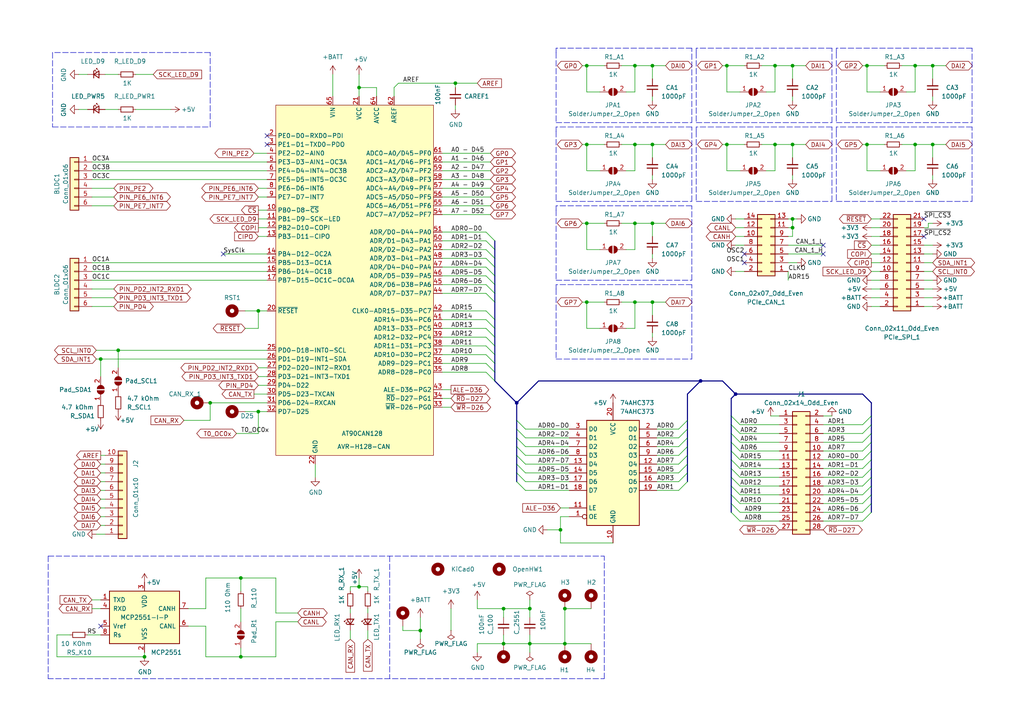
<source format=kicad_sch>
(kicad_sch (version 20211123) (generator eeschema)
  (paper "A4")
  (lib_symbols
    (symbol "74xx:74AHC373"
      (property "Reference" "U" (at -7.62 16.51 0))
      (property "Value" "74AHC373" (at -7.62 -16.51 0))
      (symbol "74AHC373_1_0"
        (pin input inverted (at -12.7 -12.7 0) (length 5.08) (name "OE") (number "1"))
        (pin power_in line (at 0 -20.32 90) (length 5.08) (name "GND") (number "10"))
        (pin input line (at -12.7 -10.16 0) (length 5.08) (name "LE") (number "11"))
        (pin tri_state line (at 12.7 2.54 180) (length 5.08) (name "O4") (number "12"))
        (pin input line (at -12.7 2.54 0) (length 5.08) (name "D4") (number "13"))
        (pin input line (at -12.7 0 0) (length 5.08) (name "D5") (number "14"))
        (pin tri_state line (at 12.7 0 180) (length 5.08) (name "O5") (number "15"))
        (pin tri_state line (at 12.7 -2.54 180) (length 5.08) (name "O6") (number "16"))
        (pin input line (at -12.7 -2.54 0) (length 5.08) (name "D6") (number "17"))
        (pin input line (at -12.7 -5.08 0) (length 5.08) (name "D7") (number "18"))
        (pin tri_state line (at 12.7 -5.08 180) (length 5.08) (name "O7") (number "19"))
        (pin tri_state line (at 12.7 12.7 180) (length 5.08) (name "O0") (number "2"))
        (pin power_in line (at 0 20.32 270) (length 5.08) (name "VCC") (number "20"))
        (pin input line (at -12.7 12.7 0) (length 5.08) (name "D0") (number "3"))
        (pin input line (at -12.7 10.16 0) (length 5.08) (name "D1") (number "4"))
        (pin tri_state line (at 12.7 10.16 180) (length 5.08) (name "O1") (number "5"))
        (pin tri_state line (at 12.7 7.62 180) (length 5.08) (name "O2") (number "6"))
        (pin input line (at -12.7 7.62 0) (length 5.08) (name "D2") (number "7"))
        (pin input line (at -12.7 5.08 0) (length 5.08) (name "D3") (number "8"))
        (pin tri_state line (at 12.7 5.08 180) (length 5.08) (name "O3") (number "9"))
      )
    )
    (symbol "AVR_H128-CAN:AVR-H128-CAN"
      (property "Reference" "U" (at -1.27 -76.2 0))
      (property "Value" "AVR-H128-CAN" (at -1.27 -73.66 0))
      (symbol "AVR-H128-CAN_1_1"
        (pin no_connect line (at -24.13 16.51 0) (length 2.54) hide (name "NC") (number "1"))
        (pin bidirectional line (at -26.67 -7.62 0) (length 2.54) (name "PB0-D8-~{CS}") (number "10"))
        (pin bidirectional line (at -26.67 -10.16 0) (length 2.54) (name "PB1-D9-SCK-LED") (number "11"))
        (pin bidirectional line (at -26.67 -12.7 0) (length 2.54) (name "PB2-D10-COPI") (number "12"))
        (pin bidirectional line (at -26.67 -15.24 0) (length 2.54) (name "PB3-D11-CIPO") (number "13"))
        (pin bidirectional line (at -26.67 -20.32 0) (length 2.54) (name "PB4-D12-OC2A") (number "14"))
        (pin bidirectional line (at -26.67 -22.86 0) (length 2.54) (name "PB5-D13-OC1A") (number "15"))
        (pin bidirectional line (at -26.67 -25.4 0) (length 2.54) (name "PB6-D14-OC1B") (number "16"))
        (pin bidirectional line (at -26.67 -27.94 0) (length 2.54) (name "PB7-D15-OC1C-OC0A") (number "17"))
        (pin no_connect line (at 16.51 -78.74 90) (length 2.54) hide (name "PG3-TOSC2") (number "18"))
        (pin no_connect line (at 19.05 -78.74 90) (length 2.54) hide (name "PG4-TOSC1") (number "19"))
        (pin bidirectional line (at -26.67 13.97 0) (length 2.54) (name "PE0-D0-RXD0-PDI") (number "2"))
        (pin input line (at -26.67 -36.83 0) (length 2.54) (name "~{RESET}") (number "20"))
        (pin power_in line (at 0 25.4 270) (length 2.54) (name "VCC") (number "21"))
        (pin power_in line (at -12.7 -81.28 90) (length 2.54) (name "GND") (number "22"))
        (pin no_connect line (at -20.32 -78.74 90) (length 2.54) hide (name "XTAL2") (number "23"))
        (pin no_connect line (at -17.78 -78.74 90) (length 2.54) hide (name "XTAL1") (number "24"))
        (pin bidirectional line (at -26.67 -48.26 0) (length 2.54) (name "PD0-D18-INT0-SCL") (number "25"))
        (pin bidirectional line (at -26.67 -50.8 0) (length 2.54) (name "PD1-D19-INT1-SDA") (number "26"))
        (pin bidirectional line (at -26.67 -53.34 0) (length 2.54) (name "PD2-D20-INT2-RXD1") (number "27"))
        (pin bidirectional line (at -26.67 -55.88 0) (length 2.54) (name "PD3-D21-INT3-TXD1") (number "28"))
        (pin bidirectional line (at -26.67 -58.42 0) (length 2.54) (name "PD4-D22") (number "29"))
        (pin bidirectional line (at -26.67 11.43 0) (length 2.54) (name "PE1-D1-TXD0-PDO") (number "3"))
        (pin bidirectional line (at -26.67 -60.96 0) (length 2.54) (name "PD5-D23-TXCAN") (number "30"))
        (pin bidirectional line (at -26.67 -63.5 0) (length 2.54) (name "PD6-D24-RXCAN") (number "31"))
        (pin bidirectional line (at -26.67 -66.04 0) (length 2.54) (name "PD7-D25") (number "32"))
        (pin bidirectional line (at 24.13 -64.77 180) (length 2.54) (name "~{WR}-D26-PG0") (number "33"))
        (pin bidirectional line (at 24.13 -62.23 180) (length 2.54) (name "~{RD}-D27-PG1") (number "34"))
        (pin bidirectional line (at 24.13 -54.61 180) (length 2.54) (name "ADR8-D28-PC0") (number "35"))
        (pin bidirectional line (at 24.13 -52.07 180) (length 2.54) (name "ADR9-D29-PC1") (number "36"))
        (pin bidirectional line (at 24.13 -49.53 180) (length 2.54) (name "ADR10-D30-PC2") (number "37"))
        (pin bidirectional line (at 24.13 -46.99 180) (length 2.54) (name "ADR11-D31-PC3") (number "38"))
        (pin bidirectional line (at 24.13 -44.45 180) (length 2.54) (name "ADR12-D32-PC4") (number "39"))
        (pin bidirectional line (at -26.67 8.89 0) (length 2.54) (name "PE2-D2-AIN0") (number "4"))
        (pin bidirectional line (at 24.13 -41.91 180) (length 2.54) (name "ADR13-D33-PC5") (number "40"))
        (pin bidirectional line (at 24.13 -39.37 180) (length 2.54) (name "ADR14-D34-PC6") (number "41"))
        (pin bidirectional line (at 24.13 -36.83 180) (length 2.54) (name "CLK0-ADR15-D35-PC7") (number "42"))
        (pin bidirectional line (at 24.13 -59.69 180) (length 2.54) (name "ALE-D36-PG2") (number "43"))
        (pin bidirectional line (at 24.13 -31.75 180) (length 2.54) (name "ADR/D7-D37-PA7") (number "44"))
        (pin bidirectional line (at 24.13 -29.21 180) (length 2.54) (name "ADR/D6-D38-PA6") (number "45"))
        (pin bidirectional line (at 24.13 -26.67 180) (length 2.54) (name "ADR/D5-D39-PA5") (number "46"))
        (pin bidirectional line (at 24.13 -24.13 180) (length 2.54) (name "ADR/D4-D40-PA4") (number "47"))
        (pin bidirectional line (at 24.13 -21.59 180) (length 2.54) (name "ADR/D3-D41-PA3") (number "48"))
        (pin bidirectional line (at 24.13 -19.05 180) (length 2.54) (name "ADR/D2-D42-PA2") (number "49"))
        (pin bidirectional line (at -26.67 6.35 0) (length 2.54) (name "PE3-D3-AIN1-OC3A") (number "5"))
        (pin bidirectional line (at 24.13 -16.51 180) (length 2.54) (name "ADR/D1-D43-PA1") (number "50"))
        (pin bidirectional line (at 24.13 -13.97 180) (length 2.54) (name "ADR/D0-D44-PA0") (number "51"))
        (pin passive line (at 0 25.4 270) (length 2.54) hide (name "VCC") (number "52"))
        (pin passive line (at -12.7 -81.28 90) (length 2.54) hide (name "GND") (number "53"))
        (pin bidirectional line (at 24.13 -8.89 180) (length 2.54) (name "ADC7-A7/D52-PF7") (number "54"))
        (pin bidirectional line (at 24.13 -6.35 180) (length 2.54) (name "ADC6-A6/D51-PF6") (number "55"))
        (pin bidirectional line (at 24.13 -3.81 180) (length 2.54) (name "ADC5-A5/D50-PF5") (number "56"))
        (pin bidirectional line (at 24.13 -1.27 180) (length 2.54) (name "ADC4-A4/D49-PF4") (number "57"))
        (pin bidirectional line (at 24.13 1.27 180) (length 2.54) (name "ADC3-A3/D48-PF3") (number "58"))
        (pin bidirectional line (at 24.13 3.81 180) (length 2.54) (name "ADC2-A2/D47-PF2") (number "59"))
        (pin bidirectional line (at -26.67 3.81 0) (length 2.54) (name "PE4-D4-INT4-OC3B") (number "6"))
        (pin bidirectional line (at 24.13 6.35 180) (length 2.54) (name "ADC1-A1/D46-PF1") (number "60"))
        (pin bidirectional line (at 24.13 8.89 180) (length 2.54) (name "ADC0-A0/D45-PF0") (number "61"))
        (pin passive line (at 10.16 25.4 270) (length 2.54) (name "AREF") (number "62"))
        (pin passive line (at -12.7 -81.28 90) (length 2.54) hide (name "GND") (number "63"))
        (pin power_in line (at 5.08 25.4 270) (length 2.54) (name "AVCC") (number "64"))
        (pin power_in line (at -7.62 25.4 270) (length 2.54) (name "VIN") (number "65"))
        (pin passive line (at -12.7 -81.28 90) (length 2.54) hide (name "PWRGND") (number "66"))
        (pin bidirectional line (at -26.67 1.27 0) (length 2.54) (name "PE5-D5-INT5-OC3C") (number "7"))
        (pin bidirectional line (at -26.67 -1.27 0) (length 2.54) (name "PE6-D6-INT6") (number "8"))
        (pin bidirectional line (at -26.67 -3.81 0) (length 2.54) (name "PE7-D7-INT7") (number "9"))
      )
    )
    (symbol "Connector_Generic:Conn_01x06" (pin_names (offset 1.016) hide)
      (property "Reference" "J" (at 0 7.62 0))
      (property "Value" "Conn_01x06" (at 0 -10.16 0))
      (symbol "Conn_01x06_1_1"
        (pin passive line (at -5.08 5.08 0) (length 3.81) (name "Pin_1") (number "1"))
        (pin passive line (at -5.08 2.54 0) (length 3.81) (name "Pin_2") (number "2"))
        (pin passive line (at -5.08 0 0) (length 3.81) (name "Pin_3") (number "3"))
        (pin passive line (at -5.08 -2.54 0) (length 3.81) (name "Pin_4") (number "4"))
        (pin passive line (at -5.08 -5.08 0) (length 3.81) (name "Pin_5") (number "5"))
        (pin passive line (at -5.08 -7.62 0) (length 3.81) (name "Pin_6") (number "6"))
      )
    )
    (symbol "Connector_Generic:Conn_01x10" (pin_names (offset 1.016) hide)
      (property "Reference" "J" (at 0 12.7 0))
      (property "Value" "Conn_01x10" (at 0 -15.24 0))
      (symbol "Conn_01x10_1_1"
        (pin passive line (at -5.08 10.16 0) (length 3.81) (name "Pin_1") (number "1"))
        (pin passive line (at -5.08 -12.7 0) (length 3.81) (name "Pin_10") (number "10"))
        (pin passive line (at -5.08 7.62 0) (length 3.81) (name "Pin_2") (number "2"))
        (pin passive line (at -5.08 5.08 0) (length 3.81) (name "Pin_3") (number "3"))
        (pin passive line (at -5.08 2.54 0) (length 3.81) (name "Pin_4") (number "4"))
        (pin passive line (at -5.08 0 0) (length 3.81) (name "Pin_5") (number "5"))
        (pin passive line (at -5.08 -2.54 0) (length 3.81) (name "Pin_6") (number "6"))
        (pin passive line (at -5.08 -5.08 0) (length 3.81) (name "Pin_7") (number "7"))
        (pin passive line (at -5.08 -7.62 0) (length 3.81) (name "Pin_8") (number "8"))
        (pin passive line (at -5.08 -10.16 0) (length 3.81) (name "Pin_9") (number "9"))
      )
    )
    (symbol "Connector_Generic:Conn_02x07_Odd_Even" (pin_names (offset 1.016) hide)
      (property "Reference" "J" (at 1.27 10.16 0))
      (property "Value" "Conn_02x07_Odd_Even" (at 1.27 -10.16 0))
      (symbol "Conn_02x07_Odd_Even_1_1"
        (pin passive line (at -5.08 7.62 0) (length 3.81) (name "Pin_1") (number "1"))
        (pin passive line (at 7.62 -2.54 180) (length 3.81) (name "Pin_10") (number "10"))
        (pin passive line (at -5.08 -5.08 0) (length 3.81) (name "Pin_11") (number "11"))
        (pin passive line (at 7.62 -5.08 180) (length 3.81) (name "Pin_12") (number "12"))
        (pin passive line (at -5.08 -7.62 0) (length 3.81) (name "Pin_13") (number "13"))
        (pin passive line (at 7.62 -7.62 180) (length 3.81) (name "Pin_14") (number "14"))
        (pin passive line (at 7.62 7.62 180) (length 3.81) (name "Pin_2") (number "2"))
        (pin passive line (at -5.08 5.08 0) (length 3.81) (name "Pin_3") (number "3"))
        (pin passive line (at 7.62 5.08 180) (length 3.81) (name "Pin_4") (number "4"))
        (pin passive line (at -5.08 2.54 0) (length 3.81) (name "Pin_5") (number "5"))
        (pin passive line (at 7.62 2.54 180) (length 3.81) (name "Pin_6") (number "6"))
        (pin passive line (at -5.08 0 0) (length 3.81) (name "Pin_7") (number "7"))
        (pin passive line (at 7.62 0 180) (length 3.81) (name "Pin_8") (number "8"))
        (pin passive line (at -5.08 -2.54 0) (length 3.81) (name "Pin_9") (number "9"))
      )
    )
    (symbol "Connector_Generic:Conn_02x11_Odd_Even" (pin_names (offset 1.016) hide)
      (property "Reference" "J" (at 1.27 15.24 0))
      (property "Value" "Conn_02x11_Odd_Even" (at 1.27 -15.24 0))
      (symbol "Conn_02x11_Odd_Even_1_1"
        (pin passive line (at -5.08 12.7 0) (length 3.81) (name "Pin_1") (number "1"))
        (pin passive line (at 7.62 2.54 180) (length 3.81) (name "Pin_10") (number "10"))
        (pin passive line (at -5.08 0 0) (length 3.81) (name "Pin_11") (number "11"))
        (pin passive line (at 7.62 0 180) (length 3.81) (name "Pin_12") (number "12"))
        (pin passive line (at -5.08 -2.54 0) (length 3.81) (name "Pin_13") (number "13"))
        (pin passive line (at 7.62 -2.54 180) (length 3.81) (name "Pin_14") (number "14"))
        (pin passive line (at -5.08 -5.08 0) (length 3.81) (name "Pin_15") (number "15"))
        (pin passive line (at 7.62 -5.08 180) (length 3.81) (name "Pin_16") (number "16"))
        (pin passive line (at -5.08 -7.62 0) (length 3.81) (name "Pin_17") (number "17"))
        (pin passive line (at 7.62 -7.62 180) (length 3.81) (name "Pin_18") (number "18"))
        (pin passive line (at -5.08 -10.16 0) (length 3.81) (name "Pin_19") (number "19"))
        (pin passive line (at 7.62 12.7 180) (length 3.81) (name "Pin_2") (number "2"))
        (pin passive line (at 7.62 -10.16 180) (length 3.81) (name "Pin_20") (number "20"))
        (pin passive line (at -5.08 -12.7 0) (length 3.81) (name "Pin_21") (number "21"))
        (pin passive line (at 7.62 -12.7 180) (length 3.81) (name "Pin_22") (number "22"))
        (pin passive line (at -5.08 10.16 0) (length 3.81) (name "Pin_3") (number "3"))
        (pin passive line (at 7.62 10.16 180) (length 3.81) (name "Pin_4") (number "4"))
        (pin passive line (at -5.08 7.62 0) (length 3.81) (name "Pin_5") (number "5"))
        (pin passive line (at 7.62 7.62 180) (length 3.81) (name "Pin_6") (number "6"))
        (pin passive line (at -5.08 5.08 0) (length 3.81) (name "Pin_7") (number "7"))
        (pin passive line (at 7.62 5.08 180) (length 3.81) (name "Pin_8") (number "8"))
        (pin passive line (at -5.08 2.54 0) (length 3.81) (name "Pin_9") (number "9"))
      )
    )
    (symbol "Connector_Generic:Conn_02x14_Odd_Even" (pin_names (offset 1.016) hide)
      (property "Reference" "J" (at 1.27 17.78 0))
      (property "Value" "Conn_02x14_Odd_Even" (at 1.27 -20.32 0))
      (symbol "Conn_02x14_Odd_Even_1_1"
        (pin passive line (at -5.08 15.24 0) (length 3.81) (name "Pin_1") (number "1"))
        (pin passive line (at 7.62 5.08 180) (length 3.81) (name "Pin_10") (number "10"))
        (pin passive line (at -5.08 2.54 0) (length 3.81) (name "Pin_11") (number "11"))
        (pin passive line (at 7.62 2.54 180) (length 3.81) (name "Pin_12") (number "12"))
        (pin passive line (at -5.08 0 0) (length 3.81) (name "Pin_13") (number "13"))
        (pin passive line (at 7.62 0 180) (length 3.81) (name "Pin_14") (number "14"))
        (pin passive line (at -5.08 -2.54 0) (length 3.81) (name "Pin_15") (number "15"))
        (pin passive line (at 7.62 -2.54 180) (length 3.81) (name "Pin_16") (number "16"))
        (pin passive line (at -5.08 -5.08 0) (length 3.81) (name "Pin_17") (number "17"))
        (pin passive line (at 7.62 -5.08 180) (length 3.81) (name "Pin_18") (number "18"))
        (pin passive line (at -5.08 -7.62 0) (length 3.81) (name "Pin_19") (number "19"))
        (pin passive line (at 7.62 15.24 180) (length 3.81) (name "Pin_2") (number "2"))
        (pin passive line (at 7.62 -7.62 180) (length 3.81) (name "Pin_20") (number "20"))
        (pin passive line (at -5.08 -10.16 0) (length 3.81) (name "Pin_21") (number "21"))
        (pin passive line (at 7.62 -10.16 180) (length 3.81) (name "Pin_22") (number "22"))
        (pin passive line (at -5.08 -12.7 0) (length 3.81) (name "Pin_23") (number "23"))
        (pin passive line (at 7.62 -12.7 180) (length 3.81) (name "Pin_24") (number "24"))
        (pin passive line (at -5.08 -15.24 0) (length 3.81) (name "Pin_25") (number "25"))
        (pin passive line (at 7.62 -15.24 180) (length 3.81) (name "Pin_26") (number "26"))
        (pin passive line (at -5.08 -17.78 0) (length 3.81) (name "Pin_27") (number "27"))
        (pin passive line (at 7.62 -17.78 180) (length 3.81) (name "Pin_28") (number "28"))
        (pin passive line (at -5.08 12.7 0) (length 3.81) (name "Pin_3") (number "3"))
        (pin passive line (at 7.62 12.7 180) (length 3.81) (name "Pin_4") (number "4"))
        (pin passive line (at -5.08 10.16 0) (length 3.81) (name "Pin_5") (number "5"))
        (pin passive line (at 7.62 10.16 180) (length 3.81) (name "Pin_6") (number "6"))
        (pin passive line (at -5.08 7.62 0) (length 3.81) (name "Pin_7") (number "7"))
        (pin passive line (at 7.62 7.62 180) (length 3.81) (name "Pin_8") (number "8"))
        (pin passive line (at -5.08 5.08 0) (length 3.81) (name "Pin_9") (number "9"))
      )
    )
    (symbol "Device:C_Small" (pin_numbers hide) (pin_names (offset 0.254) hide)
      (property "Reference" "C" (at 0.254 1.778 0))
      (property "Value" "C_Small" (at 0.254 -2.032 0))
      (symbol "C_Small_1_1"
        (pin passive line (at 0 2.54 270) (length 2.032) (name "~") (number "1"))
        (pin passive line (at 0 -2.54 90) (length 2.032) (name "~") (number "2"))
      )
    )
    (symbol "Device:LED_Small" (pin_numbers hide) (pin_names (offset 0.254) hide)
      (property "Reference" "D" (at -1.27 3.175 0))
      (property "Value" "LED_Small" (at -4.445 -2.54 0))
      (symbol "LED_Small_1_1"
        (pin passive line (at -2.54 0 0) (length 1.778) (name "K") (number "1"))
        (pin passive line (at 2.54 0 180) (length 1.778) (name "A") (number "2"))
      )
    )
    (symbol "Device:R_Small" (pin_numbers hide) (pin_names (offset 0.254) hide)
      (property "Reference" "R" (at 0.762 0.508 0))
      (property "Value" "R_Small" (at 0.762 -1.016 0))
      (symbol "R_Small_1_1"
        (pin passive line (at 0 2.54 270) (length 0.762) (name "~") (number "1"))
        (pin passive line (at 0 -2.54 90) (length 0.762) (name "~") (number "2"))
      )
    )
    (symbol "Interface_CAN_LIN:MCP2551-I-P" (pin_names (offset 1.016))
      (property "Reference" "U" (at -10.16 8.89 0))
      (property "Value" "MCP2551-I-P" (at 2.54 8.89 0))
      (symbol "MCP2551-I-P_1_1"
        (pin input line (at -12.7 5.08 0) (length 2.54) (name "TXD") (number "1"))
        (pin power_in line (at 0 -10.16 90) (length 2.54) (name "VSS") (number "2"))
        (pin power_in line (at 0 10.16 270) (length 2.54) (name "VDD") (number "3"))
        (pin output line (at -12.7 2.54 0) (length 2.54) (name "RXD") (number "4"))
        (pin power_out line (at -12.7 -2.54 0) (length 2.54) (name "Vref") (number "5"))
        (pin bidirectional line (at 12.7 -2.54 180) (length 2.54) (name "CANL") (number "6"))
        (pin bidirectional line (at 12.7 2.54 180) (length 2.54) (name "CANH") (number "7"))
        (pin input line (at -12.7 -5.08 0) (length 2.54) (name "Rs") (number "8"))
      )
    )
    (symbol "Jumper:SolderJumper_2_Open" (pin_names (offset 0) hide)
      (property "Reference" "JP" (at 0 2.032 0))
      (property "Value" "SolderJumper_2_Open" (at 0 -2.54 0))
      (symbol "SolderJumper_2_Open_1_1"
        (pin passive line (at -3.81 0 0) (length 2.54) (name "A") (number "1"))
        (pin passive line (at 3.81 0 180) (length 2.54) (name "B") (number "2"))
      )
    )
    (symbol "Mechanical:MountingHole" (pin_names (offset 1.016))
      (property "Reference" "H" (at 0 5.08 0))
      (property "Value" "MountingHole" (at 0 3.175 0))
    )
    (symbol "Mechanical:MountingHole_Pad" (pin_numbers hide) (pin_names (offset 1.016) hide)
      (property "Reference" "H" (at 0 6.35 0))
      (property "Value" "MountingHole_Pad" (at 0 4.445 0))
      (symbol "MountingHole_Pad_1_1"
        (pin input line (at 0 -2.54 90) (length 2.54) (name "1") (number "1"))
      )
    )
    (symbol "power:+3V3" (power) (pin_names (offset 0))
      (property "Value" "+3V3" (at 0 3.556 0))
      (symbol "+3V3_1_1"
        (pin power_in line (at 0 0 90) (length 0) hide (name "+3V3") (number "1"))
      )
    )
    (symbol "power:+5V" (power) (pin_names (offset 0))
      (property "Value" "+5V" (at 0 3.556 0))
      (symbol "+5V_1_1"
        (pin power_in line (at 0 0 90) (length 0) hide (name "+5V") (number "1"))
      )
    )
    (symbol "power:+BATT" (power) (pin_names (offset 0))
      (property "Value" "+BATT" (at 0 3.556 0))
      (symbol "+BATT_1_1"
        (pin power_in line (at 0 0 90) (length 0) hide (name "+BATT") (number "1"))
      )
    )
    (symbol "power:GND" (power) (pin_names (offset 0))
      (property "Value" "GND" (at 0 -3.81 0))
      (symbol "GND_1_1"
        (pin power_in line (at 0 0 270) (length 0) hide (name "GND") (number "1"))
      )
    )
    (symbol "power:PWR_FLAG" (power) (pin_numbers hide) (pin_names (offset 0) hide)
      (property "Value" "PWR_FLAG" (at 0 3.81 0))
      (symbol "PWR_FLAG_0_0"
        (pin power_out line (at 0 0 90) (length 0) (name "pwr") (number "1"))
      )
    )
  )
  (junction (at 146.05 186.69))
  (junction (at 251.46 41.91))
  (junction (at 69.85 167.64))
  (junction (at 265.43 41.91))
  (junction (at 210.82 41.91))
  (junction (at 184.15 64.77))
  (junction (at 34.29 101.6))
  (junction (at 104.14 170.18))
  (junction (at 163.83 186.69))
  (junction (at 213.36 114.3))
  (junction (at 184.15 19.05))
  (junction (at 265.43 19.05))
  (junction (at 229.87 41.91))
  (junction (at 189.23 87.63))
  (junction (at 189.23 19.05))
  (junction (at 224.79 41.91))
  (junction (at 153.67 176.53))
  (junction (at 74.93 119.38))
  (junction (at 224.79 19.05))
  (junction (at 149.86 116.84))
  (junction (at 184.15 41.91))
  (junction (at 189.23 41.91))
  (junction (at 184.15 87.63))
  (junction (at 210.82 19.05))
  (junction (at 104.14 25.4))
  (junction (at 270.51 19.05))
  (junction (at 251.46 19.05))
  (junction (at 153.67 186.69))
  (junction (at 146.05 176.53))
  (junction (at 170.18 19.05))
  (junction (at 69.85 190.5))
  (junction (at 41.91 190.5))
  (junction (at 121.92 182.88))
  (junction (at 189.23 64.77))
  (junction (at 163.83 176.53))
  (junction (at 60.96 116.84))
  (junction (at 162.56 153.67))
  (junction (at 229.87 63.5))
  (junction (at 74.93 90.17))
  (junction (at 270.51 41.91))
  (junction (at 170.18 64.77))
  (junction (at 229.87 19.05))
  (junction (at 170.18 41.91))
  (junction (at 203.2 110.49))
  (junction (at 29.21 104.14))
  (junction (at 229.87 66.04))
  (junction (at 170.18 87.63))
  (junction (at 132.08 24.13))
  (no_connect (at 238.76 73.66))
  (no_connect (at 29.21 181.61))
  (no_connect (at 77.47 39.37))
  (no_connect (at 77.47 41.91))
  (no_connect (at 267.97 63.5))
  (no_connect (at 64.77 73.66))
  (no_connect (at 267.97 68.58))
  (no_connect (at 215.9 73.66))
  (no_connect (at 238.76 71.12))
  (no_connect (at 215.9 76.2))
  (bus_entry (at 140.97 67.31) (size 2.54 2.54))
  (bus_entry (at 140.97 97.79) (size 2.54 2.54))
  (bus_entry (at 140.97 77.47) (size 2.54 2.54))
  (bus_entry (at 140.97 92.71) (size 2.54 2.54))
  (bus_entry (at 140.97 95.25) (size 2.54 2.54))
  (bus_entry (at 214.63 135.89) (size -2.54 -2.54))
  (bus_entry (at 152.4 132.08) (size -2.54 -2.54))
  (bus_entry (at 140.97 107.95) (size 2.54 2.54))
  (bus_entry (at 252.73 120.65) (size -2.54 2.54))
  (bus_entry (at 140.97 80.01) (size 2.54 2.54))
  (bus_entry (at 196.85 134.62) (size 2.54 -2.54))
  (bus_entry (at 250.19 135.89) (size 2.54 -2.54))
  (bus_entry (at 214.63 140.97) (size -2.54 -2.54))
  (bus_entry (at 214.63 133.35) (size -2.54 -2.54))
  (bus_entry (at 140.97 102.87) (size 2.54 2.54))
  (bus_entry (at 212.09 123.19) (size 2.54 2.54))
  (bus_entry (at 214.63 148.59) (size -2.54 -2.54))
  (bus_entry (at 250.19 146.05) (size 2.54 -2.54))
  (bus_entry (at 214.63 138.43) (size -2.54 -2.54))
  (bus_entry (at 196.85 132.08) (size 2.54 -2.54))
  (bus_entry (at 152.4 137.16) (size -2.54 -2.54))
  (bus_entry (at 250.19 143.51) (size 2.54 -2.54))
  (bus_entry (at 196.85 137.16) (size 2.54 -2.54))
  (bus_entry (at 152.4 127) (size -2.54 -2.54))
  (bus_entry (at 250.19 140.97) (size 2.54 -2.54))
  (bus_entry (at 140.97 74.93) (size 2.54 2.54))
  (bus_entry (at 152.4 142.24) (size -2.54 -2.54))
  (bus_entry (at 152.4 124.46) (size -2.54 -2.54))
  (bus_entry (at 140.97 85.09) (size 2.54 2.54))
  (bus_entry (at 140.97 105.41) (size 2.54 2.54))
  (bus_entry (at 250.19 148.59) (size 2.54 -2.54))
  (bus_entry (at 196.85 139.7) (size 2.54 -2.54))
  (bus_entry (at 196.85 127) (size 2.54 -2.54))
  (bus_entry (at 196.85 142.24) (size 2.54 -2.54))
  (bus_entry (at 140.97 69.85) (size 2.54 2.54))
  (bus_entry (at 196.85 124.46) (size 2.54 -2.54))
  (bus_entry (at 250.19 133.35) (size 2.54 -2.54))
  (bus_entry (at 214.63 143.51) (size -2.54 -2.54))
  (bus_entry (at 140.97 82.55) (size 2.54 2.54))
  (bus_entry (at 140.97 90.17) (size 2.54 2.54))
  (bus_entry (at 252.73 123.19) (size -2.54 2.54))
  (bus_entry (at 252.73 128.27) (size -2.54 2.54))
  (bus_entry (at 152.4 139.7) (size -2.54 -2.54))
  (bus_entry (at 212.09 128.27) (size 2.54 2.54))
  (bus_entry (at 214.63 151.13) (size -2.54 -2.54))
  (bus_entry (at 152.4 129.54) (size -2.54 -2.54))
  (bus_entry (at 214.63 146.05) (size -2.54 -2.54))
  (bus_entry (at 212.09 120.65) (size 2.54 2.54))
  (bus_entry (at 250.19 138.43) (size 2.54 -2.54))
  (bus_entry (at 152.4 134.62) (size -2.54 -2.54))
  (bus_entry (at 196.85 129.54) (size 2.54 -2.54))
  (bus_entry (at 140.97 72.39) (size 2.54 2.54))
  (bus_entry (at 212.09 125.73) (size 2.54 2.54))
  (bus_entry (at 140.97 100.33) (size 2.54 2.54))
  (bus_entry (at 252.73 125.73) (size -2.54 2.54))
  (bus_entry (at 250.19 151.13) (size 2.54 -2.54))
  (wire (pts (xy 132.08 30.48) (xy 132.08 31.75)))
  (bus (pts (xy 212.09 135.89) (xy 212.09 138.43)))
  (wire (pts (xy 128.27 54.61) (xy 142.24 54.61)))
  (wire (pts (xy 130.81 176.53) (xy 130.81 182.88)))
  (wire (pts (xy 181.61 72.39) (xy 184.15 72.39)))
  (bus (pts (xy 252.73 120.65) (xy 252.73 123.19)))
  (wire (pts (xy 238.76 71.12) (xy 228.6 71.12)))
  (wire (pts (xy 128.27 49.53) (xy 142.24 49.53)))
  (wire (pts (xy 190.5 132.08) (xy 196.85 132.08)))
  (wire (pts (xy 69.85 190.5) (xy 80.01 190.5)))
  (wire (pts (xy 16.51 184.15) (xy 16.51 190.5)))
  (wire (pts (xy 104.14 167.64) (xy 104.14 170.18)))
  (bus (pts (xy 149.86 137.16) (xy 149.86 139.7)))
  (wire (pts (xy 26.67 83.82) (xy 33.02 83.82)))
  (wire (pts (xy 210.82 26.67) (xy 210.82 19.05)))
  (polyline (pts (xy 15.24 15.24) (xy 15.24 36.83)))
  (bus (pts (xy 143.51 102.87) (xy 143.51 105.41)))
  (wire (pts (xy 190.5 129.54) (xy 196.85 129.54)))
  (wire (pts (xy 184.15 19.05) (xy 189.23 19.05)))
  (bus (pts (xy 212.09 130.81) (xy 212.09 133.35)))
  (wire (pts (xy 29.21 144.78) (xy 30.48 144.78)))
  (wire (pts (xy 214.63 128.27) (xy 226.06 128.27)))
  (polyline (pts (xy 281.94 35.56) (xy 281.94 13.97)))
  (wire (pts (xy 104.14 25.4) (xy 104.14 27.94)))
  (wire (pts (xy 80.01 180.34) (xy 86.36 180.34)))
  (bus (pts (xy 252.73 128.27) (xy 252.73 130.81)))
  (wire (pts (xy 34.29 101.6) (xy 77.47 101.6)))
  (polyline (pts (xy 161.29 58.42) (xy 200.66 58.42)))
  (wire (pts (xy 170.18 95.25) (xy 170.18 87.63)))
  (wire (pts (xy 39.37 21.59) (xy 44.45 21.59)))
  (wire (pts (xy 29.21 149.86) (xy 30.48 149.86)))
  (wire (pts (xy 215.9 66.04) (xy 213.36 66.04)))
  (bus (pts (xy 199.39 114.3) (xy 199.39 121.92)))
  (bus (pts (xy 212.09 143.51) (xy 212.09 146.05)))
  (wire (pts (xy 251.46 41.91) (xy 256.54 41.91)))
  (wire (pts (xy 269.24 64.77) (xy 269.24 66.04)))
  (wire (pts (xy 74.93 63.5) (xy 77.47 63.5)))
  (wire (pts (xy 170.18 72.39) (xy 170.18 64.77)))
  (wire (pts (xy 270.51 50.8) (xy 270.51 52.07)))
  (wire (pts (xy 163.83 186.69) (xy 153.67 186.69)))
  (wire (pts (xy 115.57 24.13) (xy 132.08 24.13)))
  (wire (pts (xy 196.85 139.7) (xy 190.5 139.7)))
  (wire (pts (xy 250.19 41.91) (xy 251.46 41.91)))
  (wire (pts (xy 64.77 73.66) (xy 77.47 73.66)))
  (wire (pts (xy 146.05 176.53) (xy 153.67 176.53)))
  (wire (pts (xy 158.75 153.67) (xy 162.56 153.67)))
  (polyline (pts (xy 201.93 38.1) (xy 201.93 58.42)))
  (bus (pts (xy 143.51 92.71) (xy 143.51 95.25)))
  (wire (pts (xy 116.84 181.61) (xy 116.84 182.88)))
  (wire (pts (xy 270.51 19.05) (xy 270.51 22.86)))
  (wire (pts (xy 190.5 137.16) (xy 196.85 137.16)))
  (wire (pts (xy 238.76 130.81) (xy 250.19 130.81)))
  (wire (pts (xy 128.27 95.25) (xy 140.97 95.25)))
  (wire (pts (xy 80.01 177.8) (xy 86.36 177.8)))
  (wire (pts (xy 69.85 176.53) (xy 69.85 180.34)))
  (polyline (pts (xy 119.38 161.29) (xy 175.26 161.29)))
  (bus (pts (xy 143.51 105.41) (xy 143.51 107.95)))
  (polyline (pts (xy 161.29 81.28) (xy 200.66 81.28)))
  (wire (pts (xy 270.51 41.91) (xy 270.51 45.72)))
  (wire (pts (xy 213.36 71.12) (xy 215.9 71.12)))
  (wire (pts (xy 170.18 64.77) (xy 175.26 64.77)))
  (wire (pts (xy 74.93 54.61) (xy 77.47 54.61)))
  (wire (pts (xy 214.63 123.19) (xy 226.06 123.19)))
  (polyline (pts (xy 281.94 13.97) (xy 242.57 13.97)))
  (wire (pts (xy 173.99 95.25) (xy 170.18 95.25)))
  (bus (pts (xy 212.09 123.19) (xy 212.09 125.73)))
  (bus (pts (xy 199.39 132.08) (xy 199.39 134.62)))
  (wire (pts (xy 262.89 49.53) (xy 265.43 49.53)))
  (bus (pts (xy 252.73 130.81) (xy 252.73 133.35)))
  (bus (pts (xy 143.51 100.33) (xy 143.51 102.87)))
  (polyline (pts (xy 201.93 15.24) (xy 201.93 35.56)))
  (wire (pts (xy 173.99 72.39) (xy 170.18 72.39)))
  (wire (pts (xy 214.63 138.43) (xy 226.06 138.43)))
  (wire (pts (xy 223.52 120.65) (xy 226.06 120.65)))
  (wire (pts (xy 73.66 44.45) (xy 77.47 44.45)))
  (wire (pts (xy 60.96 116.84) (xy 77.47 116.84)))
  (wire (pts (xy 220.98 19.05) (xy 224.79 19.05)))
  (polyline (pts (xy 161.29 82.55) (xy 161.29 83.82)))
  (wire (pts (xy 252.73 66.04) (xy 255.27 66.04)))
  (wire (pts (xy 74.93 90.17) (xy 77.47 90.17)))
  (wire (pts (xy 214.63 148.59) (xy 226.06 148.59)))
  (wire (pts (xy 106.68 185.42) (xy 106.68 182.88)))
  (wire (pts (xy 104.14 21.59) (xy 104.14 25.4)))
  (wire (pts (xy 180.34 64.77) (xy 184.15 64.77)))
  (wire (pts (xy 128.27 102.87) (xy 140.97 102.87)))
  (wire (pts (xy 228.6 76.2) (xy 231.14 76.2)))
  (wire (pts (xy 54.61 181.61) (xy 59.69 181.61)))
  (wire (pts (xy 59.69 190.5) (xy 69.85 190.5)))
  (wire (pts (xy 252.73 88.9) (xy 255.27 88.9)))
  (wire (pts (xy 26.67 176.53) (xy 29.21 176.53)))
  (wire (pts (xy 27.94 101.6) (xy 34.29 101.6)))
  (polyline (pts (xy 60.96 36.83) (xy 60.96 15.24)))
  (wire (pts (xy 128.27 107.95) (xy 140.97 107.95)))
  (polyline (pts (xy 200.66 36.83) (xy 161.29 36.83)))
  (polyline (pts (xy 200.66 58.42) (xy 200.66 36.83)))
  (wire (pts (xy 238.76 148.59) (xy 250.19 148.59)))
  (bus (pts (xy 250.19 114.3) (xy 213.36 114.3)))
  (wire (pts (xy 26.67 86.36) (xy 33.02 86.36)))
  (polyline (pts (xy 161.29 104.14) (xy 200.66 104.14)))
  (wire (pts (xy 80.01 180.34) (xy 80.01 190.5)))
  (wire (pts (xy 22.86 31.75) (xy 25.4 31.75)))
  (wire (pts (xy 274.32 19.05) (xy 270.51 19.05)))
  (wire (pts (xy 59.69 181.61) (xy 59.69 190.5)))
  (wire (pts (xy 69.85 187.96) (xy 69.85 190.5)))
  (wire (pts (xy 29.21 104.14) (xy 77.47 104.14)))
  (wire (pts (xy 267.97 81.28) (xy 270.51 81.28)))
  (wire (pts (xy 128.27 118.11) (xy 130.81 118.11)))
  (wire (pts (xy 121.92 179.07) (xy 121.92 182.88)))
  (wire (pts (xy 267.97 83.82) (xy 270.51 83.82)))
  (polyline (pts (xy 200.66 82.55) (xy 161.29 82.55)))
  (wire (pts (xy 146.05 179.07) (xy 146.05 176.53)))
  (wire (pts (xy 20.32 184.15) (xy 16.51 184.15)))
  (wire (pts (xy 128.27 72.39) (xy 140.97 72.39)))
  (wire (pts (xy 267.97 88.9) (xy 270.51 88.9)))
  (wire (pts (xy 189.23 27.94) (xy 189.23 29.21)))
  (wire (pts (xy 233.68 41.91) (xy 229.87 41.91)))
  (bus (pts (xy 252.73 116.84) (xy 252.73 120.65)))
  (wire (pts (xy 29.21 132.08) (xy 30.48 132.08)))
  (polyline (pts (xy 201.93 35.56) (xy 241.3 35.56)))
  (wire (pts (xy 184.15 19.05) (xy 184.15 26.67)))
  (wire (pts (xy 210.82 19.05) (xy 215.9 19.05)))
  (wire (pts (xy 128.27 59.69) (xy 142.24 59.69)))
  (polyline (pts (xy 13.97 161.29) (xy 13.97 196.85)))
  (polyline (pts (xy 113.03 161.29) (xy 113.03 196.85)))
  (wire (pts (xy 74.93 95.25) (xy 74.93 90.17)))
  (wire (pts (xy 224.79 41.91) (xy 229.87 41.91)))
  (wire (pts (xy 210.82 49.53) (xy 210.82 41.91)))
  (wire (pts (xy 59.69 176.53) (xy 59.69 167.64)))
  (wire (pts (xy 189.23 96.52) (xy 189.23 97.79)))
  (wire (pts (xy 222.25 49.53) (xy 224.79 49.53)))
  (wire (pts (xy 162.56 157.48) (xy 162.56 153.67)))
  (wire (pts (xy 153.67 189.23) (xy 153.67 186.69)))
  (wire (pts (xy 181.61 49.53) (xy 184.15 49.53)))
  (wire (pts (xy 190.5 134.62) (xy 196.85 134.62)))
  (wire (pts (xy 29.21 134.62) (xy 30.48 134.62)))
  (wire (pts (xy 162.56 147.32) (xy 165.1 147.32)))
  (wire (pts (xy 255.27 76.2) (xy 252.73 76.2)))
  (wire (pts (xy 71.12 90.17) (xy 74.93 90.17)))
  (wire (pts (xy 439.42 109.22) (xy 441.96 109.22)))
  (wire (pts (xy 173.99 49.53) (xy 170.18 49.53)))
  (wire (pts (xy 77.47 81.28) (xy 26.67 81.28)))
  (wire (pts (xy 238.76 120.65) (xy 241.3 120.65)))
  (wire (pts (xy 238.76 133.35) (xy 250.19 133.35)))
  (bus (pts (xy 252.73 135.89) (xy 252.73 138.43)))
  (wire (pts (xy 29.21 137.16) (xy 30.48 137.16)))
  (bus (pts (xy 252.73 138.43) (xy 252.73 140.97)))
  (wire (pts (xy 22.86 21.59) (xy 25.4 21.59)))
  (bus (pts (xy 143.51 72.39) (xy 143.51 74.93)))
  (wire (pts (xy 251.46 19.05) (xy 256.54 19.05)))
  (bus (pts (xy 199.39 127) (xy 199.39 129.54)))
  (wire (pts (xy 252.73 68.58) (xy 255.27 68.58)))
  (wire (pts (xy 128.27 52.07) (xy 142.24 52.07)))
  (wire (pts (xy 116.84 182.88) (xy 121.92 182.88)))
  (wire (pts (xy 80.01 167.64) (xy 80.01 177.8)))
  (bus (pts (xy 149.86 129.54) (xy 149.86 132.08)))
  (bus (pts (xy 143.51 74.93) (xy 143.51 77.47)))
  (wire (pts (xy 152.4 139.7) (xy 165.1 139.7)))
  (bus (pts (xy 252.73 143.51) (xy 252.73 146.05)))
  (polyline (pts (xy 242.57 13.97) (xy 242.57 15.24)))
  (polyline (pts (xy 119.38 196.85) (xy 175.26 196.85)))
  (wire (pts (xy 168.91 87.63) (xy 170.18 87.63)))
  (wire (pts (xy 29.21 142.24) (xy 30.48 142.24)))
  (wire (pts (xy 267.97 76.2) (xy 270.51 76.2)))
  (polyline (pts (xy 242.57 58.42) (xy 281.94 58.42)))
  (wire (pts (xy 168.91 41.91) (xy 170.18 41.91)))
  (wire (pts (xy 170.18 26.67) (xy 170.18 19.05)))
  (wire (pts (xy 26.67 57.15) (xy 33.02 57.15)))
  (wire (pts (xy 30.48 21.59) (xy 34.29 21.59)))
  (polyline (pts (xy 242.57 35.56) (xy 281.94 35.56)))
  (bus (pts (xy 252.73 140.97) (xy 252.73 143.51)))
  (wire (pts (xy 170.18 49.53) (xy 170.18 41.91)))
  (polyline (pts (xy 200.66 59.69) (xy 161.29 59.69)))
  (bus (pts (xy 212.09 115.57) (xy 212.09 120.65)))
  (polyline (pts (xy 200.66 35.56) (xy 200.66 13.97)))
  (wire (pts (xy 214.63 146.05) (xy 226.06 146.05)))
  (wire (pts (xy 101.6 170.18) (xy 101.6 171.45)))
  (polyline (pts (xy 60.96 15.24) (xy 15.24 15.24)))
  (wire (pts (xy 265.43 41.91) (xy 270.51 41.91)))
  (wire (pts (xy 252.73 71.12) (xy 255.27 71.12)))
  (wire (pts (xy 214.63 49.53) (xy 210.82 49.53)))
  (wire (pts (xy 238.76 138.43) (xy 250.19 138.43)))
  (bus (pts (xy 203.2 110.49) (xy 156.21 110.49)))
  (bus (pts (xy 212.09 128.27) (xy 212.09 130.81)))
  (wire (pts (xy 138.43 173.99) (xy 138.43 176.53)))
  (wire (pts (xy 184.15 41.91) (xy 189.23 41.91)))
  (wire (pts (xy 213.36 63.5) (xy 215.9 63.5)))
  (wire (pts (xy 215.9 68.58) (xy 213.36 68.58)))
  (bus (pts (xy 149.86 116.84) (xy 149.86 121.92)))
  (polyline (pts (xy 161.29 13.97) (xy 161.29 15.24)))
  (wire (pts (xy 26.67 88.9) (xy 33.02 88.9)))
  (bus (pts (xy 199.39 121.92) (xy 199.39 124.46)))
  (bus (pts (xy 143.51 80.01) (xy 143.51 82.55)))
  (bus (pts (xy 212.09 138.43) (xy 212.09 140.97)))
  (wire (pts (xy 267.97 78.74) (xy 270.51 78.74)))
  (wire (pts (xy 193.04 87.63) (xy 189.23 87.63)))
  (wire (pts (xy 77.47 46.99) (xy 26.67 46.99)))
  (wire (pts (xy 138.43 186.69) (xy 146.05 186.69)))
  (polyline (pts (xy 161.29 83.82) (xy 161.29 104.14)))
  (wire (pts (xy 74.93 60.96) (xy 77.47 60.96)))
  (wire (pts (xy 229.87 19.05) (xy 229.87 22.86)))
  (polyline (pts (xy 161.29 36.83) (xy 161.29 38.1)))
  (wire (pts (xy 190.5 142.24) (xy 196.85 142.24)))
  (wire (pts (xy 252.73 63.5) (xy 255.27 63.5)))
  (polyline (pts (xy 200.66 13.97) (xy 161.29 13.97)))
  (wire (pts (xy 128.27 97.79) (xy 140.97 97.79)))
  (wire (pts (xy 152.4 142.24) (xy 165.1 142.24)))
  (bus (pts (xy 143.51 82.55) (xy 143.51 85.09)))
  (wire (pts (xy 74.93 66.04) (xy 77.47 66.04)))
  (bus (pts (xy 143.51 97.79) (xy 143.51 100.33)))
  (wire (pts (xy 255.27 78.74) (xy 252.73 78.74)))
  (wire (pts (xy 265.43 19.05) (xy 265.43 26.67)))
  (wire (pts (xy 101.6 170.18) (xy 104.14 170.18)))
  (bus (pts (xy 156.21 110.49) (xy 149.86 116.84)))
  (wire (pts (xy 267.97 86.36) (xy 270.51 86.36)))
  (bus (pts (xy 212.09 133.35) (xy 212.09 135.89)))
  (wire (pts (xy 128.27 67.31) (xy 140.97 67.31)))
  (wire (pts (xy 214.63 133.35) (xy 226.06 133.35)))
  (wire (pts (xy 261.62 19.05) (xy 265.43 19.05)))
  (wire (pts (xy 152.4 137.16) (xy 165.1 137.16)))
  (wire (pts (xy 128.27 77.47) (xy 140.97 77.47)))
  (wire (pts (xy 184.15 87.63) (xy 189.23 87.63)))
  (wire (pts (xy 128.27 105.41) (xy 140.97 105.41)))
  (bus (pts (xy 252.73 125.73) (xy 252.73 128.27)))
  (wire (pts (xy 162.56 157.48) (xy 177.8 157.48)))
  (bus (pts (xy 212.09 125.73) (xy 212.09 128.27)))
  (wire (pts (xy 229.87 68.58) (xy 229.87 66.04)))
  (polyline (pts (xy 13.97 161.29) (xy 119.38 161.29)))
  (polyline (pts (xy 161.29 35.56) (xy 200.66 35.56)))
  (polyline (pts (xy 241.3 58.42) (xy 241.3 36.83)))
  (wire (pts (xy 193.04 64.77) (xy 189.23 64.77)))
  (wire (pts (xy 29.21 147.32) (xy 30.48 147.32)))
  (polyline (pts (xy 241.3 13.97) (xy 201.93 13.97)))
  (wire (pts (xy 152.4 134.62) (xy 165.1 134.62)))
  (bus (pts (xy 252.73 146.05) (xy 252.73 148.59)))
  (wire (pts (xy 228.6 66.04) (xy 229.87 66.04)))
  (wire (pts (xy 184.15 87.63) (xy 184.15 95.25)))
  (polyline (pts (xy 200.66 81.28) (xy 200.66 59.69)))
  (wire (pts (xy 128.27 74.93) (xy 140.97 74.93)))
  (polyline (pts (xy 242.57 15.24) (xy 242.57 35.56)))
  (bus (pts (xy 252.73 116.84) (xy 250.19 114.3)))
  (wire (pts (xy 152.4 129.54) (xy 165.1 129.54)))
  (wire (pts (xy 250.19 19.05) (xy 251.46 19.05)))
  (bus (pts (xy 199.39 124.46) (xy 199.39 127)))
  (wire (pts (xy 74.93 111.76) (xy 77.47 111.76)))
  (bus (pts (xy 199.39 134.62) (xy 199.39 137.16)))
  (wire (pts (xy 170.18 19.05) (xy 175.26 19.05)))
  (wire (pts (xy 128.27 85.09) (xy 140.97 85.09)))
  (wire (pts (xy 26.67 54.61) (xy 33.02 54.61)))
  (wire (pts (xy 214.63 151.13) (xy 226.06 151.13)))
  (wire (pts (xy 101.6 177.8) (xy 101.6 176.53)))
  (wire (pts (xy 128.27 57.15) (xy 142.24 57.15)))
  (wire (pts (xy 146.05 184.15) (xy 146.05 186.69)))
  (bus (pts (xy 199.39 129.54) (xy 199.39 132.08)))
  (wire (pts (xy 270.51 27.94) (xy 270.51 29.21)))
  (wire (pts (xy 220.98 41.91) (xy 224.79 41.91)))
  (wire (pts (xy 91.44 134.62) (xy 91.44 138.43)))
  (wire (pts (xy 252.73 83.82) (xy 255.27 83.82)))
  (wire (pts (xy 238.76 123.19) (xy 250.19 123.19)))
  (wire (pts (xy 181.61 95.25) (xy 184.15 95.25)))
  (wire (pts (xy 222.25 26.67) (xy 224.79 26.67)))
  (wire (pts (xy 269.24 66.04) (xy 267.97 66.04)))
  (wire (pts (xy 128.27 62.23) (xy 142.24 62.23)))
  (polyline (pts (xy 281.94 36.83) (xy 242.57 36.83)))
  (wire (pts (xy 168.91 64.77) (xy 170.18 64.77)))
  (wire (pts (xy 153.67 184.15) (xy 153.67 186.69)))
  (wire (pts (xy 74.93 106.68) (xy 77.47 106.68)))
  (wire (pts (xy 238.76 135.89) (xy 250.19 135.89)))
  (bus (pts (xy 143.51 110.49) (xy 149.86 116.84)))
  (wire (pts (xy 180.34 87.63) (xy 184.15 87.63)))
  (wire (pts (xy 181.61 26.67) (xy 184.15 26.67)))
  (wire (pts (xy 128.27 69.85) (xy 140.97 69.85)))
  (wire (pts (xy 267.97 73.66) (xy 270.51 73.66)))
  (wire (pts (xy 96.52 21.59) (xy 96.52 27.94)))
  (wire (pts (xy 265.43 41.91) (xy 265.43 49.53)))
  (wire (pts (xy 104.14 170.18) (xy 106.68 170.18)))
  (wire (pts (xy 71.12 119.38) (xy 74.93 119.38)))
  (polyline (pts (xy 161.29 60.96) (xy 161.29 81.28)))
  (bus (pts (xy 209.55 110.49) (xy 203.2 110.49)))
  (wire (pts (xy 255.27 49.53) (xy 251.46 49.53)))
  (wire (pts (xy 106.68 176.53) (xy 106.68 177.8)))
  (wire (pts (xy 153.67 176.53) (xy 153.67 179.07)))
  (polyline (pts (xy 201.93 58.42) (xy 241.3 58.42)))
  (wire (pts (xy 162.56 149.86) (xy 165.1 149.86)))
  (wire (pts (xy 41.91 189.23) (xy 41.91 190.5)))
  (wire (pts (xy 238.76 73.66) (xy 228.6 73.66)))
  (wire (pts (xy 189.23 19.05) (xy 189.23 22.86)))
  (wire (pts (xy 29.21 152.4) (xy 30.48 152.4)))
  (wire (pts (xy 132.08 24.13) (xy 132.08 25.4)))
  (wire (pts (xy 114.3 25.4) (xy 115.57 24.13)))
  (wire (pts (xy 170.18 87.63) (xy 175.26 87.63)))
  (wire (pts (xy 73.66 114.3) (xy 77.47 114.3)))
  (wire (pts (xy 214.63 143.51) (xy 226.06 143.51)))
  (wire (pts (xy 171.45 176.53) (xy 163.83 176.53)))
  (wire (pts (xy 214.63 135.89) (xy 226.06 135.89)))
  (wire (pts (xy 26.67 59.69) (xy 33.02 59.69)))
  (polyline (pts (xy 242.57 36.83) (xy 242.57 38.1)))
  (wire (pts (xy 74.93 119.38) (xy 74.93 125.73)))
  (polyline (pts (xy 281.94 58.42) (xy 281.94 36.83)))
  (wire (pts (xy 269.24 64.77) (xy 270.51 64.77)))
  (wire (pts (xy 228.6 78.74) (xy 228.6 81.28)))
  (wire (pts (xy 184.15 64.77) (xy 184.15 72.39)))
  (wire (pts (xy 60.96 121.92) (xy 60.96 116.84)))
  (wire (pts (xy 59.69 167.64) (xy 69.85 167.64)))
  (wire (pts (xy 138.43 186.69) (xy 138.43 189.23)))
  (wire (pts (xy 229.87 63.5) (xy 231.14 63.5)))
  (wire (pts (xy 173.99 26.67) (xy 170.18 26.67)))
  (polyline (pts (xy 97.79 196.85) (xy 13.97 196.85)))
  (polyline (pts (xy 200.66 104.14) (xy 200.66 82.55)))
  (wire (pts (xy 25.4 184.15) (xy 29.21 184.15)))
  (wire (pts (xy 228.6 68.58) (xy 229.87 68.58)))
  (wire (pts (xy 214.63 125.73) (xy 226.06 125.73)))
  (wire (pts (xy 189.23 50.8) (xy 189.23 52.07)))
  (wire (pts (xy 274.32 41.91) (xy 270.51 41.91)))
  (wire (pts (xy 214.63 140.97) (xy 226.06 140.97)))
  (wire (pts (xy 213.36 78.74) (xy 215.9 78.74)))
  (wire (pts (xy 229.87 50.8) (xy 229.87 52.07)))
  (wire (pts (xy 238.76 128.27) (xy 250.19 128.27)))
  (wire (pts (xy 214.63 130.81) (xy 226.06 130.81)))
  (wire (pts (xy 180.34 41.91) (xy 184.15 41.91)))
  (wire (pts (xy 209.55 41.91) (xy 210.82 41.91)))
  (wire (pts (xy 53.34 121.92) (xy 60.96 121.92)))
  (wire (pts (xy 153.67 176.53) (xy 153.67 173.99)))
  (wire (pts (xy 252.73 86.36) (xy 255.27 86.36)))
  (wire (pts (xy 146.05 186.69) (xy 153.67 186.69)))
  (wire (pts (xy 168.91 19.05) (xy 170.18 19.05)))
  (wire (pts (xy 68.58 125.73) (xy 74.93 125.73)))
  (wire (pts (xy 224.79 19.05) (xy 229.87 19.05)))
  (bus (pts (xy 149.86 132.08) (xy 149.86 134.62)))
  (wire (pts (xy 210.82 41.91) (xy 215.9 41.91)))
  (wire (pts (xy 114.3 25.4) (xy 114.3 27.94)))
  (bus (pts (xy 252.73 133.35) (xy 252.73 135.89)))
  (wire (pts (xy 209.55 19.05) (xy 210.82 19.05)))
  (bus (pts (xy 149.86 134.62) (xy 149.86 137.16)))
  (wire (pts (xy 184.15 41.91) (xy 184.15 49.53)))
  (wire (pts (xy 170.18 41.91) (xy 175.26 41.91)))
  (wire (pts (xy 101.6 185.42) (xy 101.6 182.88)))
  (wire (pts (xy 128.27 90.17) (xy 140.97 90.17)))
  (wire (pts (xy 128.27 80.01) (xy 140.97 80.01)))
  (bus (pts (xy 199.39 137.16) (xy 199.39 139.7)))
  (wire (pts (xy 74.93 57.15) (xy 77.47 57.15)))
  (wire (pts (xy 16.51 190.5) (xy 41.91 190.5)))
  (wire (pts (xy 152.4 127) (xy 165.1 127)))
  (wire (pts (xy 189.23 64.77) (xy 189.23 68.58)))
  (wire (pts (xy 229.87 41.91) (xy 229.87 45.72)))
  (bus (pts (xy 213.36 114.3) (xy 209.55 110.49)))
  (wire (pts (xy 77.47 49.53) (xy 26.67 49.53)))
  (wire (pts (xy 251.46 26.67) (xy 251.46 19.05)))
  (wire (pts (xy 128.27 44.45) (xy 142.24 44.45)))
  (wire (pts (xy 29.21 173.99) (xy 26.67 173.99)))
  (wire (pts (xy 184.15 64.77) (xy 189.23 64.77)))
  (wire (pts (xy 252.73 81.28) (xy 255.27 81.28)))
  (bus (pts (xy 212.09 140.97) (xy 212.09 143.51)))
  (wire (pts (xy 121.92 182.88) (xy 121.92 185.42)))
  (bus (pts (xy 143.51 85.09) (xy 143.51 87.63)))
  (wire (pts (xy 69.85 167.64) (xy 69.85 171.45)))
  (wire (pts (xy 251.46 49.53) (xy 251.46 41.91)))
  (bus (pts (xy 252.73 123.19) (xy 252.73 125.73)))
  (wire (pts (xy 189.23 87.63) (xy 189.23 91.44)))
  (polyline (pts (xy 161.29 38.1) (xy 161.29 58.42)))
  (wire (pts (xy 224.79 41.91) (xy 224.79 49.53)))
  (polyline (pts (xy 201.93 13.97) (xy 201.93 15.24)))
  (wire (pts (xy 77.47 76.2) (xy 26.67 76.2)))
  (wire (pts (xy 128.27 100.33) (xy 140.97 100.33)))
  (wire (pts (xy 27.94 104.14) (xy 29.21 104.14)))
  (wire (pts (xy 77.47 78.74) (xy 26.67 78.74)))
  (wire (pts (xy 214.63 26.67) (xy 210.82 26.67)))
  (bus (pts (xy 149.86 124.46) (xy 149.86 127)))
  (wire (pts (xy 238.76 140.97) (xy 250.19 140.97)))
  (bus (pts (xy 199.39 114.3) (xy 203.2 110.49)))
  (wire (pts (xy 261.62 41.91) (xy 265.43 41.91)))
  (wire (pts (xy 265.43 19.05) (xy 270.51 19.05)))
  (bus (pts (xy 212.09 146.05) (xy 212.09 148.59)))
  (polyline (pts (xy 201.93 36.83) (xy 201.93 38.1)))
  (wire (pts (xy 128.27 92.71) (xy 140.97 92.71)))
  (wire (pts (xy 255.27 26.67) (xy 251.46 26.67)))
  (bus (pts (xy 143.51 95.25) (xy 143.51 97.79)))
  (wire (pts (xy 229.87 66.04) (xy 229.87 63.5)))
  (wire (pts (xy 132.08 24.13) (xy 138.43 24.13)))
  (wire (pts (xy 238.76 125.73) (xy 250.19 125.73)))
  (wire (pts (xy 29.21 104.14) (xy 29.21 109.22)))
  (wire (pts (xy 77.47 52.07) (xy 26.67 52.07)))
  (wire (pts (xy 171.45 186.69) (xy 163.83 186.69)))
  (wire (pts (xy 128.27 115.57) (xy 130.81 115.57)))
  (wire (pts (xy 109.22 25.4) (xy 104.14 25.4)))
  (bus (pts (xy 143.51 87.63) (xy 143.51 92.71)))
  (wire (pts (xy 71.12 95.25) (xy 74.93 95.25)))
  (wire (pts (xy 190.5 127) (xy 196.85 127)))
  (polyline (pts (xy 175.26 196.85) (xy 175.26 161.29)))
  (bus (pts (xy 213.36 114.3) (xy 212.09 115.57)))
  (bus (pts (xy 143.51 69.85) (xy 143.51 72.39)))
  (wire (pts (xy 189.23 73.66) (xy 189.23 74.93)))
  (wire (pts (xy 238.76 143.51) (xy 250.19 143.51)))
  (wire (pts (xy 189.23 41.91) (xy 189.23 45.72)))
  (wire (pts (xy 138.43 176.53) (xy 146.05 176.53)))
  (wire (pts (xy 180.34 19.05) (xy 184.15 19.05)))
  (wire (pts (xy 54.61 176.53) (xy 59.69 176.53)))
  (wire (pts (xy 128.27 46.99) (xy 142.24 46.99)))
  (wire (pts (xy 190.5 124.46) (xy 196.85 124.46)))
  (wire (pts (xy 27.94 154.94) (xy 30.48 154.94)))
  (wire (pts (xy 128.27 113.03) (xy 130.81 113.03)))
  (polyline (pts (xy 242.57 38.1) (xy 242.57 58.42)))
  (wire (pts (xy 69.85 167.64) (xy 80.01 167.64)))
  (wire (pts (xy 128.27 82.55) (xy 140.97 82.55)))
  (wire (pts (xy 106.68 171.45) (xy 106.68 170.18)))
  (bus (pts (xy 143.51 107.95) (xy 143.51 110.49)))
  (wire (pts (xy 74.93 68.58) (xy 77.47 68.58)))
  (polyline (pts (xy 15.24 36.83) (xy 60.96 36.83)))
  (wire (pts (xy 224.79 19.05) (xy 224.79 26.67)))
  (wire (pts (xy 162.56 149.86) (xy 162.56 153.67)))
  (wire (pts (xy 267.97 71.12) (xy 270.51 71.12)))
  (wire (pts (xy 29.21 139.7) (xy 30.48 139.7)))
  (wire (pts (xy 34.29 101.6) (xy 34.29 106.68)))
  (wire (pts (xy 74.93 119.38) (xy 77.47 119.38)))
  (polyline (pts (xy 161.29 15.24) (xy 161.29 35.56)))
  (wire (pts (xy 74.93 109.22) (xy 77.47 109.22)))
  (wire (pts (xy 152.4 132.08) (xy 165.1 132.08)))
  (wire (pts (xy 152.4 124.46) (xy 165.1 124.46)))
  (polyline (pts (xy 161.29 59.69) (xy 161.29 60.96)))
  (polyline (pts (xy 241.3 35.56) (xy 241.3 13.97)))
  (bus (pts (xy 143.51 77.47) (xy 143.51 80.01)))
  (bus (pts (xy 212.09 120.65) (xy 212.09 123.19)))
  (wire (pts (xy 233.68 19.05) (xy 229.87 19.05)))
  (bus (pts (xy 149.86 121.92) (xy 149.86 124.46)))
  (polyline (pts (xy 241.3 36.83) (xy 201.93 36.83)))
  (wire (pts (xy 163.83 176.53) (xy 163.83 186.69)))
  (wire (pts (xy 238.76 151.13) (xy 250.19 151.13)))
  (wire (pts (xy 238.76 146.05) (xy 250.19 146.05)))
  (polyline (pts (xy 97.79 196.85) (xy 119.38 196.85)))
  (wire (pts (xy 193.04 41.91) (xy 189.23 41.91)))
  (wire (pts (xy 262.89 26.67) (xy 265.43 26.67)))
  (wire (pts (xy 109.22 27.94) (xy 109.22 25.4)))
  (wire (pts (xy 252.73 73.66) (xy 255.27 73.66)))
  (wire (pts (xy 229.87 27.94) (xy 229.87 29.21)))
  (wire (pts (xy 228.6 63.5) (xy 229.87 63.5)))
  (bus (pts (xy 149.86 127) (xy 149.86 129.54)))
  (wire (pts (xy 189.23 19.05) (xy 193.04 19.05)))
  (wire (pts (xy 39.37 31.75) (xy 49.53 31.75)))
  (wire (pts (xy 30.48 31.75) (xy 34.29 31.75)))
  (label "ADR7" (at 245.11 130.81 0))
  (label "A2 - D47" (at 130.81 49.53 0))
  (label "ADR9" (at 215.9 148.59 0))
  (label "OC3A" (at 26.67 46.99 0))
  (label "ADR8" (at 130.81 107.95 0))
  (label "ADR3-D3" (at 165.1 139.7 180))
  (label "ADR11" (at 130.81 100.33 0))
  (label "ADR5-D5" (at 240.03 146.05 0))
  (label "OC3B" (at 26.67 49.53 0))
  (label "ADR1-D1" (at 165.1 142.24 180))
  (label "SysClk" (at 64.77 73.66 0))
  (label "ADR6-D6" (at 130.81 82.55 0))
  (label "ADR3-D3" (at 240.03 140.97 0))
  (label "ADR3" (at 190.5 139.7 0))
  (label "ADR2" (at 219.71 125.73 0))
  (label "ADR0-D0" (at 240.03 133.35 0))
  (label "ADR0" (at 190.5 124.46 0))
  (label "A1 - D46" (at 130.81 46.99 0))
  (label "ADR7-D7" (at 130.81 85.09 0))
  (label "CAN_1_H" (at 238.76 73.66 180))
  (label "ADR13" (at 214.63 138.43 0))
  (label "T0_OC0x" (at 69.85 125.73 0))
  (label "OC1C" (at 26.67 81.28 0))
  (label "ADR5-D5" (at 130.81 80.01 0))
  (label "ADR10" (at 130.81 102.87 0))
  (label "ADR12" (at 130.81 97.79 0))
  (label "ADR5" (at 190.5 137.16 0))
  (label "~{SPI_CS2}" (at 267.97 68.58 0))
  (label "ADR6" (at 219.71 130.81 0))
  (label "ADR7" (at 190.5 134.62 0))
  (label "OSC1" (at 215.9 76.2 180))
  (label "CLKO" (at 228.6 78.74 0))
  (label "ADR4-D4" (at 130.81 77.47 0))
  (label "ADR10" (at 214.63 146.05 0))
  (label "ADR15" (at 228.6 81.28 0))
  (label "ADR15" (at 214.63 133.35 0))
  (label "ADR2" (at 190.5 127 0))
  (label "A5 - D50" (at 130.81 57.15 0))
  (label "ADR14" (at 130.81 92.71 0))
  (label "ADR2-D2" (at 240.03 138.43 0))
  (label "OSC2" (at 215.9 73.66 180))
  (label "OC1B" (at 26.67 78.74 0))
  (label "AREF" (at 116.84 24.13 0))
  (label "ADR8" (at 215.9 151.13 0))
  (label "RS" (at 27.94 184.15 0))
  (label "ADR1" (at 245.11 123.19 0))
  (label "ADR9" (at 130.81 105.41 0))
  (label "ADR6" (at 190.5 132.08 0))
  (label "ADR0-D0" (at 165.1 124.46 180))
  (label "ADR0-D0" (at 130.81 67.31 0))
  (label "ADR11" (at 214.63 143.51 0))
  (label "~{SPI_CS3}" (at 267.97 63.5 0))
  (label "ADR12" (at 214.63 140.97 0))
  (label "ADR5-D5" (at 165.1 137.16 180))
  (label "ADR5" (at 245.11 128.27 0))
  (label "ADR6-D6" (at 165.1 132.08 180))
  (label "ADR3" (at 245.11 125.73 0))
  (label "A3 - D48" (at 130.81 52.07 0))
  (label "ADR4-D4" (at 165.1 129.54 180))
  (label "OC3C" (at 26.67 52.07 0))
  (label "A4 - D49" (at 130.81 54.61 0))
  (label "ADR1-D1" (at 130.81 69.85 0))
  (label "ADR2-D2" (at 165.1 127 180))
  (label "CAN_1_L" (at 238.76 71.12 180))
  (label "ADR13" (at 130.81 95.25 0))
  (label "ADR1-D1" (at 240.03 135.89 0))
  (label "OC1A" (at 26.67 76.2 0))
  (label "A0 - D45" (at 130.81 44.45 0))
  (label "ADR3-D3" (at 130.81 74.93 0))
  (label "A7 - D52" (at 130.81 62.23 0))
  (label "ADR4-D4" (at 240.03 143.51 0))
  (label "ADR6-D6" (at 240.03 148.59 0))
  (label "ADR0" (at 219.71 123.19 0))
  (label "ADR14" (at 214.63 135.89 0))
  (label "ADR4" (at 190.5 129.54 0))
  (label "ADR2-D2" (at 130.81 72.39 0))
  (label "ADR15" (at 130.81 90.17 0))
  (label "ADR7-D7" (at 165.1 134.62 180))
  (label "ADR1" (at 190.5 142.24 0))
  (label "A6 - D51" (at 130.81 59.69 0))
  (label "ADR4" (at 219.71 128.27 0))
  (label "ADR7-D7" (at 240.03 151.13 0))
  (global_label "GP1" (shape bidirectional) (at 209.55 19.05 180) (property "Intersheet References" "${INTERSHEET_REFS}" (effects hide)))
  (global_label "DAI3" (shape bidirectional) (at 193.04 41.91 0) (property "Intersheet References" "${INTERSHEET_REFS}" (effects hide)))
  (global_label "GP1" (shape bidirectional) (at 142.24 46.99 0) (property "Intersheet References" "${INTERSHEET_REFS}" (effects hide)))
  (global_label "SDA_INT1" (shape bidirectional) (at 270.51 76.2 0) (property "Intersheet References" "${INTERSHEET_REFS}" (effects hide)))
  (global_label "GP5" (shape bidirectional) (at 250.19 41.91 180) (property "Intersheet References" "${INTERSHEET_REFS}" (effects hide)))
  (global_label "CAN_RX" (shape input) (at 53.34 121.92 180) (property "Intersheet References" "${INTERSHEET_REFS}" (effects hide)))
  (global_label "GP4" (shape bidirectional) (at 209.55 41.91 180) (property "Intersheet References" "${INTERSHEET_REFS}" (effects hide)))
  (global_label "~{CS}" (shape input) (at 252.73 71.12 180) (property "Intersheet References" "${INTERSHEET_REFS}" (effects hide)))
  (global_label "DAI3" (shape bidirectional) (at 29.21 142.24 180) (property "Intersheet References" "${INTERSHEET_REFS}" (effects hide)))
  (global_label "CANL" (shape bidirectional) (at 86.36 180.34 0) (property "Intersheet References" "${INTERSHEET_REFS}" (effects hide)))
  (global_label "DAI6" (shape bidirectional) (at 29.21 149.86 180) (property "Intersheet References" "${INTERSHEET_REFS}" (effects hide)))
  (global_label "DAI4" (shape bidirectional) (at 29.21 144.78 180) (property "Intersheet References" "${INTERSHEET_REFS}" (effects hide)))
  (global_label "~{WR}-D26" (shape bidirectional) (at 226.06 153.67 180) (property "Intersheet References" "${INTERSHEET_REFS}" (effects hide)))
  (global_label "PIN_PD4" (shape bidirectional) (at 74.93 111.76 180) (property "Intersheet References" "${INTERSHEET_REFS}" (effects hide)))
  (global_label "GP7" (shape bidirectional) (at 168.91 87.63 180) (property "Intersheet References" "${INTERSHEET_REFS}" (effects hide)))
  (global_label "PIN_PE2" (shape bidirectional) (at 73.66 44.45 180) (property "Intersheet References" "${INTERSHEET_REFS}" (effects hide)))
  (global_label "PIN_PE7_INT7" (shape bidirectional) (at 74.93 57.15 180) (property "Intersheet References" "${INTERSHEET_REFS}" (effects hide)))
  (global_label "GP6" (shape bidirectional) (at 142.24 59.69 0) (property "Intersheet References" "${INTERSHEET_REFS}" (effects hide)))
  (global_label "DAI7" (shape bidirectional) (at 193.04 87.63 0) (property "Intersheet References" "${INTERSHEET_REFS}" (effects hide)))
  (global_label "CAN_RX" (shape input) (at 101.6 185.42 270) (property "Intersheet References" "${INTERSHEET_REFS}" (effects hide)))
  (global_label "SDA_INT1" (shape bidirectional) (at 27.94 104.14 180) (property "Intersheet References" "${INTERSHEET_REFS}" (effects hide)))
  (global_label "GP2" (shape bidirectional) (at 142.24 49.53 0) (property "Intersheet References" "${INTERSHEET_REFS}" (effects hide)))
  (global_label "T0_OC0x" (shape bidirectional) (at 68.58 125.73 180) (property "Intersheet References" "${INTERSHEET_REFS}" (effects hide)))
  (global_label "SCL_INT0" (shape bidirectional) (at 270.51 78.74 0) (property "Intersheet References" "${INTERSHEET_REFS}" (effects hide)))
  (global_label "CAN_TX" (shape input) (at 26.67 173.99 180) (property "Intersheet References" "${INTERSHEET_REFS}" (effects hide)))
  (global_label "GP0" (shape bidirectional) (at 142.24 44.45 0) (property "Intersheet References" "${INTERSHEET_REFS}" (effects hide)))
  (global_label "GP0" (shape bidirectional) (at 168.91 19.05 180) (property "Intersheet References" "${INTERSHEET_REFS}" (effects hide)))
  (global_label "PIN_PE6_INT6" (shape bidirectional) (at 33.02 57.15 0) (property "Intersheet References" "${INTERSHEET_REFS}" (effects hide)))
  (global_label "AREF" (shape output) (at 29.21 132.08 180) (property "Intersheet References" "${INTERSHEET_REFS}" (effects hide)))
  (global_label "CANH" (shape bidirectional) (at 86.36 177.8 0) (property "Intersheet References" "${INTERSHEET_REFS}" (effects hide)))
  (global_label "DAI5" (shape bidirectional) (at 29.21 147.32 180) (property "Intersheet References" "${INTERSHEET_REFS}" (effects hide)))
  (global_label "DAI5" (shape bidirectional) (at 274.32 41.91 0) (property "Intersheet References" "${INTERSHEET_REFS}" (effects hide)))
  (global_label "CIPO" (shape output) (at 252.73 76.2 180) (property "Intersheet References" "${INTERSHEET_REFS}" (effects hide)))
  (global_label "SCK_LED_D9" (shape output) (at 74.93 63.5 180) (property "Intersheet References" "${INTERSHEET_REFS}" (effects hide)))
  (global_label "PIN_PD3_INT3_TXD1" (shape bidirectional) (at 33.02 86.36 0) (property "Intersheet References" "${INTERSHEET_REFS}" (effects hide)))
  (global_label "CAN_RX" (shape output) (at 26.67 176.53 180) (property "Intersheet References" "${INTERSHEET_REFS}" (effects hide)))
  (global_label "PIN_PE7_INT7" (shape bidirectional) (at 33.02 59.69 0) (property "Intersheet References" "${INTERSHEET_REFS}" (effects hide)))
  (global_label "CANH" (shape bidirectional) (at 213.36 68.58 180) (property "Intersheet References" "${INTERSHEET_REFS}" (effects hide)))
  (global_label "GP4" (shape bidirectional) (at 142.24 54.61 0) (property "Intersheet References" "${INTERSHEET_REFS}" (effects hide)))
  (global_label "CAN_TX" (shape input) (at 106.68 185.42 270) (property "Intersheet References" "${INTERSHEET_REFS}" (effects hide)))
  (global_label "DAI1" (shape bidirectional) (at 29.21 137.16 180) (property "Intersheet References" "${INTERSHEET_REFS}" (effects hide)))
  (global_label "GP3" (shape bidirectional) (at 142.24 52.07 0) (property "Intersheet References" "${INTERSHEET_REFS}" (effects hide)))
  (global_label "~{RESET}" (shape bidirectional) (at 71.12 95.25 180) (property "Intersheet References" "${INTERSHEET_REFS}" (effects hide)))
  (global_label "SCK_LED_D9" (shape input) (at 252.73 78.74 180) (property "Intersheet References" "${INTERSHEET_REFS}" (effects hide)))
  (global_label "GP3" (shape bidirectional) (at 168.91 41.91 180) (property "Intersheet References" "${INTERSHEET_REFS}" (effects hide)))
  (global_label "DAI0" (shape bidirectional) (at 29.21 134.62 180) (property "Intersheet References" "${INTERSHEET_REFS}" (effects hide)))
  (global_label "~{RD}-D27" (shape bidirectional) (at 130.81 115.57 0) (property "Intersheet References" "${INTERSHEET_REFS}" (effects hide)))
  (global_label "ALE-D36" (shape output) (at 130.81 113.03 0) (property "Intersheet References" "${INTERSHEET_REFS}" (effects hide)))
  (global_label "PIN_PE6_INT6" (shape bidirectional) (at 74.93 54.61 180) (property "Intersheet References" "${INTERSHEET_REFS}" (effects hide)))
  (global_label "SCL_INT0" (shape bidirectional) (at 27.94 101.6 180) (property "Intersheet References" "${INTERSHEET_REFS}" (effects hide)))
  (global_label "DAI6" (shape bidirectional) (at 193.04 64.77 0) (property "Intersheet References" "${INTERSHEET_REFS}" (effects hide)))
  (global_label "~{RD}-D27" (shape bidirectional) (at 238.76 153.67 0) (property "Intersheet References" "${INTERSHEET_REFS}" (effects hide)))
  (global_label "COPI" (shape output) (at 74.93 66.04 180) (property "Intersheet References" "${INTERSHEET_REFS}" (effects hide)))
  (global_label "DAI4" (shape bidirectional) (at 233.68 41.91 0) (property "Intersheet References" "${INTERSHEET_REFS}" (effects hide)))
  (global_label "~{WR}-D26" (shape bidirectional) (at 130.81 118.11 0) (property "Intersheet References" "${INTERSHEET_REFS}" (effects hide)))
  (global_label "SCK_LED_D9" (shape input) (at 44.45 21.59 0) (property "Intersheet References" "${INTERSHEET_REFS}" (effects hide)))
  (global_label "AREF" (shape input) (at 138.43 24.13 0) (property "Intersheet References" "${INTERSHEET_REFS}" (effects hide)))
  (global_label "DAI2" (shape bidirectional) (at 274.32 19.05 0) (property "Intersheet References" "${INTERSHEET_REFS}" (effects hide)))
  (global_label "GP5" (shape bidirectional) (at 142.24 57.15 0) (property "Intersheet References" "${INTERSHEET_REFS}" (effects hide)))
  (global_label "CIPO" (shape input) (at 74.93 68.58 180) (property "Intersheet References" "${INTERSHEET_REFS}" (effects hide)))
  (global_label "DAI2" (shape bidirectional) (at 29.21 139.7 180) (property "Intersheet References" "${INTERSHEET_REFS}" (effects hide)))
  (global_label "CANL" (shape bidirectional) (at 213.36 66.04 180) (property "Intersheet References" "${INTERSHEET_REFS}" (effects hide)))
  (global_label "CAN_TX" (shape output) (at 73.66 114.3 180) (property "Intersheet References" "${INTERSHEET_REFS}" (effects hide)))
  (global_label "~{RESET}" (shape bidirectional) (at 252.73 63.5 180) (property "Intersheet References" "${INTERSHEET_REFS}" (effects hide)))
  (global_label "PIN_PE2" (shape bidirectional) (at 33.02 54.61 0) (property "Intersheet References" "${INTERSHEET_REFS}" (effects hide)))
  (global_label "DAI1" (shape bidirectional) (at 233.68 19.05 0) (property "Intersheet References" "${INTERSHEET_REFS}" (effects hide)))
  (global_label "PIN_PD4" (shape bidirectional) (at 33.02 88.9 0) (property "Intersheet References" "${INTERSHEET_REFS}" (effects hide)))
  (global_label "PIN_PD3_INT3_TXD1" (shape bidirectional) (at 74.93 109.22 180) (property "Intersheet References" "${INTERSHEET_REFS}" (effects hide)))
  (global_label "DAI0" (shape bidirectional) (at 193.04 19.05 0) (property "Intersheet References" "${INTERSHEET_REFS}" (effects hide)))
  (global_label "~{CS}" (shape output) (at 74.93 60.96 180) (property "Intersheet References" "${INTERSHEET_REFS}" (effects hide)))
  (global_label "PIN_PD2_INT2_RXD1" (shape bidirectional) (at 74.93 106.68 180) (property "Intersheet References" "${INTERSHEET_REFS}" (effects hide)))
  (global_label "DAI7" (shape bidirectional) (at 29.21 152.4 180) (property "Intersheet References" "${INTERSHEET_REFS}" (effects hide)))
  (global_label "PIN_PD2_INT2_RXD1" (shape bidirectional) (at 33.02 83.82 0) (property "Intersheet References" "${INTERSHEET_REFS}" (effects hide)))
  (global_label "COPI" (shape input) (at 252.73 73.66 180) (property "Intersheet References" "${INTERSHEET_REFS}" (effects hide)))
  (global_label "GP6" (shape bidirectional) (at 168.91 64.77 180) (property "Intersheet References" "${INTERSHEET_REFS}" (effects hide)))
  (global_label "ALE-D36" (shape input) (at 162.56 147.32 180) (property "Intersheet References" "${INTERSHEET_REFS}" (effects hide)))
  (global_label "GP2" (shape bidirectional) (at 250.19 19.05 180) (property "Intersheet References" "${INTERSHEET_REFS}" (effects hide)))
  (global_label "GP7" (shape bidirectional) (at 142.24 62.23 0) (property "Intersheet References" "${INTERSHEET_REFS}" (effects hide)))
  (symbol (lib_id "Mechanical:MountingHole_Pad") (at 146.05 189.23 180) (unit 1)
    (property "Reference" "H6" (effects hide))
    (property "Value" "MountingHole_Pad" (effects hide))
    (property "Footprint" "Connector_Wire:SolderWire-0.1sqmm_1x01_D0.4mm_OD1mm_Relief2x" (effects hide))
  )
  (symbol (lib_id "Mechanical:MountingHole_Pad") (at 58.42 116.84 90) (unit 1)
    (property "Reference" "CAN_RX_1" (at 58.42 114.3 90) (effects (justify left)))
    (property "Value" "MountingHole_Pad" (effects hide))
    (property "Footprint" "Connector_Wire:SolderWire-0.1sqmm_1x01_D0.4mm_OD1mm" (effects hide))
  )
  (symbol (lib_id "Jumper:SolderJumper_2_Open") (at 34.29 110.49 90) (unit 1)
    (property "Reference" "Pad_SCL1" (at 45.72 110.49 90) (effects (justify left)))
    (property "Value" "SolderJumper_2_Open" (effects hide))
    (property "Footprint" "Jumper:SolderJumper-2_P1.3mm_Open_TrianglePad1.0x1.5mm" (effects hide))
  )
  (symbol (lib_id "Device:R_Small") (at 22.86 184.15 90) (unit 1)
    (property "Reference" "RS_K10" (at 26.6699 189.23 90) (effects (justify left)))
    (property "Value" "10 KOhm" (at 26.6699 186.69 90) (effects (justify left)))
    (property "Footprint" "Resistor_SMD:R_1210_3225Metric_Pad1.30x2.65mm_HandSolder" (effects hide))
  )
  (symbol (lib_id "power:GND") (at 138.43 189.23 0) (unit 1)
    (property "Reference" "#PWR0109" (effects hide))
    (property "Value" "GND" (at 138.557 193.6242 0))
  )
  (symbol (lib_id "Jumper:SolderJumper_2_Open") (at 177.8 49.53 0) (unit 1)
    (property "Reference" "JPA4" (at 177.8 53.34 0))
    (property "Value" "SolderJumper_2_Open" (at 175.26 55.88 0))
    (property "Footprint" "Jumper:SolderJumper-2_P1.3mm_Open_TrianglePad1.0x1.5mm" (effects hide))
  )
  (symbol (lib_id "Mechanical:MountingHole_Pad") (at 163.83 189.23 180) (unit 1)
    (property "Reference" "H1" (at 165.1 194.31 0) (effects (justify left)))
    (property "Value" "MountingHole_Pad" (effects hide))
    (property "Footprint" "MountingHole:MountingHole_3.2mm_M3_Pad_Via" (effects hide))
  )
  (symbol (lib_id "Jumper:SolderJumper_2_Open") (at 177.8 72.39 0) (unit 1)
    (property "Reference" "JPA7" (at 177.8 76.2 0))
    (property "Value" "SolderJumper_2_Open" (at 175.26 78.74 0))
    (property "Footprint" "Jumper:SolderJumper-2_P1.3mm_Open_TrianglePad1.0x1.5mm" (effects hide))
  )
  (symbol (lib_id "Device:C_Small") (at 146.05 181.61 180) (unit 1)
    (property "Reference" "C_100" (at 142.24 184.15 90) (effects (justify right)))
    (property "Value" "100nF" (at 139.7 184.15 90) (effects (justify right)))
    (property "Footprint" "Capacitor_SMD:C_1210_3225Metric_Pad1.33x2.70mm_HandSolder" (effects hide))
  )
  (symbol (lib_id "power:GND") (at 41.91 190.5 0) (unit 1)
    (property "Reference" "#PWR0105" (effects hide))
    (property "Value" "GND" (at 42.037 194.8942 0))
  )
  (symbol (lib_id "power:+BATT") (at 270.51 86.36 270) (unit 1)
    (property "Reference" "#PWR0155" (effects hide))
    (property "Value" "+BATT" (at 279.4 86.36 90) (effects (justify right)))
  )
  (symbol (lib_id "power:GND") (at 213.36 63.5 270) (unit 1)
    (property "Reference" "#PWR0140" (effects hide))
    (property "Value" "GND" (at 208.28 63.5 90))
  )
  (symbol (lib_id "power:GND") (at 189.23 29.21 0) (unit 1)
    (property "Reference" "#PWR0117" (effects hide))
    (property "Value" "GND" (at 189.23 33.02 0))
  )
  (symbol (lib_id "power:GND") (at 189.23 97.79 0) (unit 1)
    (property "Reference" "#PWR0125" (effects hide))
    (property "Value" "GND" (at 189.23 101.6 0))
  )
  (symbol (lib_id "power:PWR_FLAG") (at 153.67 189.23 180) (unit 1)
    (property "Reference" "#FLG0101" (effects hide))
    (property "Value" "PWR_FLAG" (at 153.67 193.6242 0))
  )
  (symbol (lib_id "power:+3V3") (at 252.73 66.04 90) (mirror x) (unit 1)
    (property "Reference" "#PWR0149" (effects hide))
    (property "Value" "+3V3" (at 243.84 66.04 90) (effects (justify right)))
  )
  (symbol (lib_id "power:GND") (at 158.75 153.67 270) (unit 1)
    (property "Reference" "#PWR0107" (effects hide))
    (property "Value" "GND" (at 153.67 153.67 90))
  )
  (symbol (lib_id "Device:C_Small") (at 189.23 93.98 180) (unit 1)
    (property "Reference" "CA8" (at 193.04 93.98 0) (effects (justify right)))
    (property "Value" "1000pF" (at 191.77 96.52 0) (effects (justify right)))
    (property "Footprint" "Capacitor_SMD:C_1210_3225Metric_Pad1.33x2.70mm_HandSolder" (effects hide))
  )
  (symbol (lib_id "power:+5V") (at 104.14 167.64 0) (unit 1)
    (property "Reference" "#PWR0106" (effects hide))
    (property "Value" "+5V" (at 102.87 167.64 90))
  )
  (symbol (lib_id "power:GND") (at 241.3 120.65 180) (unit 1)
    (property "Reference" "#PWR0126" (effects hide))
    (property "Value" "GND" (at 245.11 119.38 0))
  )
  (symbol (lib_id "power:GND") (at 252.73 88.9 270) (unit 1)
    (property "Reference" "#PWR0146" (effects hide))
    (property "Value" "GND" (at 247.65 88.9 90))
  )
  (symbol (lib_id "power:GND") (at 270.51 52.07 0) (unit 1)
    (property "Reference" "#PWR0121" (effects hide))
    (property "Value" "GND" (at 270.51 55.88 0))
  )
  (symbol (lib_id "Device:R_Small") (at 218.44 41.91 270) (unit 1)
    (property "Reference" "R1_A5" (at 215.9 39.37 90) (effects (justify left)))
    (property "Value" "1K" (at 217.17 44.45 90) (effects (justify left)))
    (property "Footprint" "Resistor_SMD:R_1210_3225Metric_Pad1.30x2.65mm_HandSolder" (effects hide))
  )
  (symbol (lib_id "Mechanical:MountingHole") (at 127 165.1 0) (unit 1)
    (property "Reference" "KiCad0" (at 130.81 165.1 0) (effects (justify left)))
    (property "Value" "MountingHole" (effects hide))
    (property "Footprint" "Symbol:KiCad-Logo2_5mm_SilkScreen" (effects hide))
  )
  (symbol (lib_id "power:GND") (at 213.36 78.74 270) (unit 1)
    (property "Reference" "#PWR0139" (effects hide))
    (property "Value" "GND" (at 208.28 78.74 90))
  )
  (symbol (lib_id "power:+3V3") (at 270.51 64.77 270) (unit 1)
    (property "Reference" "#PWR0154" (effects hide))
    (property "Value" "+3V3" (at 279.4 64.77 90) (effects (justify right)))
  )
  (symbol (lib_id "power:+BATT") (at 96.52 21.59 0) (unit 1)
    (property "Reference" "#PWR0114" (effects hide))
    (property "Value" "+BATT" (at 96.52 16.51 0))
  )
  (symbol (lib_id "Device:R_Small") (at 106.68 173.99 0) (unit 1)
    (property "Reference" "R_TX_1" (at 109.22 171.45 90) (effects (justify left)))
    (property "Value" "1K" (at 109.22 175.26 90) (effects (justify left)))
    (property "Footprint" "Resistor_SMD:R_1210_3225Metric_Pad1.30x2.65mm_HandSolder" (effects hide))
  )
  (symbol (lib_id "power:+BATT") (at 121.92 179.07 0) (unit 1)
    (property "Reference" "#PWR0110" (effects hide))
    (property "Value" "+BATT" (at 121.92 173.99 0))
  )
  (symbol (lib_id "power:GND") (at 91.44 138.43 0) (unit 1)
    (property "Reference" "#PWR0112" (effects hide))
    (property "Value" "GND" (at 91.567 142.8242 0))
  )
  (symbol (lib_id "power:+5V") (at 223.52 120.65 0) (unit 1)
    (property "Reference" "#PWR0127" (effects hide))
    (property "Value" "+5V" (at 219.71 119.38 0))
  )
  (symbol (lib_id "Device:C_Small") (at 132.08 27.94 180) (unit 1)
    (property "Reference" "CAREF1" (at 134.62 27.94 0) (effects (justify right)))
    (property "Value" "100nF" (at 127 30.48 90) (effects (justify right)))
    (property "Footprint" "Capacitor_SMD:C_1210_3225Metric_Pad1.33x2.70mm_HandSolder" (effects hide))
  )
  (symbol (lib_id "power:GND") (at 270.51 81.28 90) (mirror x) (unit 1)
    (property "Reference" "#PWR0157" (effects hide))
    (property "Value" "GND" (at 275.59 81.28 90))
  )
  (symbol (lib_id "Jumper:SolderJumper_2_Open") (at 69.85 184.15 90) (unit 1)
    (property "Reference" "Pad_R1" (at 73.66 186.69 0) (effects (justify left)))
    (property "Value" "SolderJumper_2_Open" (effects hide))
    (property "Footprint" "Connector_PinHeader_2.54mm:PinHeader_1x02_P2.54mm_Vertical" (effects hide))
  )
  (symbol (lib_id "Device:R_Small") (at 177.8 64.77 270) (unit 1)
    (property "Reference" "R1_A7" (at 175.26 62.23 90) (effects (justify left)))
    (property "Value" "1K" (at 176.53 67.31 90) (effects (justify left)))
    (property "Footprint" "Resistor_SMD:R_1210_3225Metric_Pad1.30x2.65mm_HandSolder" (effects hide))
  )
  (symbol (lib_id "power:PWR_FLAG") (at 121.92 185.42 180) (unit 1)
    (property "Reference" "#FLG0102" (effects hide))
    (property "Value" "PWR_FLAG" (at 121.92 189.23 0))
  )
  (symbol (lib_id "power:GND") (at 270.51 29.21 0) (unit 1)
    (property "Reference" "#PWR0116" (effects hide))
    (property "Value" "GND" (at 270.51 33.02 0))
  )
  (symbol (lib_id "Device:C_Small") (at 189.23 48.26 180) (unit 1)
    (property "Reference" "CA4" (at 193.04 48.26 0) (effects (justify right)))
    (property "Value" "1000pF" (at 191.77 50.8 0) (effects (justify right)))
    (property "Footprint" "Capacitor_SMD:C_1210_3225Metric_Pad1.33x2.70mm_HandSolder" (effects hide))
  )
  (symbol (lib_id "Device:R_Small") (at 177.8 41.91 270) (unit 1)
    (property "Reference" "R1_A4" (at 175.26 39.37 90) (effects (justify left)))
    (property "Value" "1K" (at 176.53 44.45 90) (effects (justify left)))
    (property "Footprint" "Resistor_SMD:R_1210_3225Metric_Pad1.30x2.65mm_HandSolder" (effects hide))
  )
  (symbol (lib_id "Device:C_Small") (at 229.87 48.26 180) (unit 1)
    (property "Reference" "CA5" (at 233.68 48.26 0) (effects (justify right)))
    (property "Value" "1000pF" (at 232.41 50.8 0) (effects (justify right)))
    (property "Footprint" "Capacitor_SMD:C_1210_3225Metric_Pad1.33x2.70mm_HandSolder" (effects hide))
  )
  (symbol (lib_id "power:PWR_FLAG") (at 153.67 173.99 0) (unit 1)
    (property "Reference" "#FLG0103" (effects hide))
    (property "Value" "PWR_FLAG" (at 153.67 169.5958 0))
  )
  (symbol (lib_id "Device:R_Small") (at 259.08 41.91 270) (unit 1)
    (property "Reference" "R1_A6" (at 256.54 39.37 90) (effects (justify left)))
    (property "Value" "1K" (at 257.81 44.45 90) (effects (justify left)))
    (property "Footprint" "Resistor_SMD:R_1210_3225Metric_Pad1.30x2.65mm_HandSolder" (effects hide))
  )
  (symbol (lib_id "Jumper:SolderJumper_2_Open") (at 218.44 26.67 0) (unit 1)
    (property "Reference" "JPA2" (at 218.44 30.48 0))
    (property "Value" "SolderJumper_2_Open" (at 215.9 33.02 0))
    (property "Footprint" "Jumper:SolderJumper-2_P1.3mm_Open_TrianglePad1.0x1.5mm" (effects hide))
  )
  (symbol (lib_id "Jumper:SolderJumper_2_Open") (at 259.08 49.53 0) (unit 1)
    (property "Reference" "JPA6" (at 259.08 53.34 0))
    (property "Value" "SolderJumper_2_Open" (at 256.54 55.88 0))
    (property "Footprint" "Jumper:SolderJumper-2_P1.3mm_Open_TrianglePad1.0x1.5mm" (effects hide))
  )
  (symbol (lib_id "power:GND") (at 22.86 21.59 270) (unit 1)
    (property "Reference" "#PWR0103" (effects hide))
    (property "Value" "GND" (at 18.4658 21.717 0))
  )
  (symbol (lib_id "Jumper:SolderJumper_2_Open") (at 259.08 26.67 0) (unit 1)
    (property "Reference" "JPA3" (at 259.08 30.48 0))
    (property "Value" "SolderJumper_2_Open" (at 256.54 33.02 0))
    (property "Footprint" "Jumper:SolderJumper-2_P1.3mm_Open_TrianglePad1.0x1.5mm" (effects hide))
  )
  (symbol (lib_id "Device:C_Small") (at 189.23 25.4 180) (unit 1)
    (property "Reference" "CA1" (at 193.04 25.4 0) (effects (justify right)))
    (property "Value" "1000pF" (at 191.77 27.94 0) (effects (justify right)))
    (property "Footprint" "Capacitor_SMD:C_1210_3225Metric_Pad1.33x2.70mm_HandSolder" (effects hide))
  )
  (symbol (lib_id "Connector_Generic:Conn_02x07_Odd_Even") (at 223.52 71.12 180) (unit 1)
    (property "Reference" "PCIe_CAN_1" (at 222.25 87.63 0))
    (property "Value" "Conn_02x07_Odd_Even" (at 222.25 85.09 0))
    (property "Footprint" "Connector_PinHeader_2.54mm:PinHeader_2x07_P2.54mm_Vertical" (effects hide))
  )
  (symbol (lib_id "Device:R_Small") (at 36.83 31.75 270) (unit 1)
    (property "Reference" "R_LED_PWR1" (at 33.02 27.94 90) (effects (justify left)))
    (property "Value" "1K" (at 35.56 34.29 90) (effects (justify left)))
    (property "Footprint" "Resistor_SMD:R_1210_3225Metric_Pad1.30x2.65mm_HandSolder" (effects hide))
  )
  (symbol (lib_id "power:GND") (at 189.23 52.07 0) (unit 1)
    (property "Reference" "#PWR0120" (effects hide))
    (property "Value" "GND" (at 189.23 55.88 0))
  )
  (symbol (lib_id "power:+3V3") (at 252.73 68.58 90) (mirror x) (unit 1)
    (property "Reference" "#PWR0150" (effects hide))
    (property "Value" "+3V3" (at 243.84 68.58 90) (effects (justify right)))
  )
  (symbol (lib_id "power:GND") (at 22.86 31.75 270) (unit 1)
    (property "Reference" "#PWR0108" (effects hide))
    (property "Value" "GND" (at 18.4658 31.877 0))
  )
  (symbol (lib_id "power:GND") (at 229.87 29.21 0) (unit 1)
    (property "Reference" "#PWR0118" (effects hide))
    (property "Value" "GND" (at 229.87 33.02 0))
  )
  (symbol (lib_id "Device:R_Small") (at 177.8 87.63 270) (unit 1)
    (property "Reference" "R1_A8" (at 175.26 85.09 90) (effects (justify left)))
    (property "Value" "1K" (at 176.53 90.17 90) (effects (justify left)))
    (property "Footprint" "Resistor_SMD:R_1210_3225Metric_Pad1.30x2.65mm_HandSolder" (effects hide))
  )
  (symbol (lib_id "power:GND") (at 252.73 81.28 270) (unit 1)
    (property "Reference" "#PWR0148" (effects hide))
    (property "Value" "GND" (at 247.65 81.28 90))
  )
  (symbol (lib_id "power:+5V") (at 34.29 119.38 180) (unit 1)
    (property "Reference" "#PWR0101" (effects hide))
    (property "Value" "+5V" (at 36.83 121.92 0))
  )
  (symbol (lib_id "Device:R_Small") (at 101.6 173.99 0) (unit 1)
    (property "Reference" "R_RX_1" (at 99.06 171.45 90) (effects (justify left)))
    (property "Value" "1K" (at 99.06 175.26 90) (effects (justify left)))
    (property "Footprint" "Resistor_SMD:R_1210_3225Metric_Pad1.30x2.65mm_HandSolder" (effects hide))
  )
  (symbol (lib_id "AVR_H128-CAN:AVR-H128-CAN") (at 104.14 53.34 0) (unit 1)
    (property "Reference" "AT90CAN128" (at 99.06 125.73 0) (effects (justify left)))
    (property "Value" "AVR-H128-CAN" (at 97.79 129.54 0) (effects (justify left)))
    (property "Footprint" "AVR_H128-CAN:AVR_H128-CAN" (effects hide))
  )
  (symbol (lib_id "Mechanical:MountingHole_Pad") (at 163.83 173.99 0) (unit 1)
    (property "Reference" "H3" (at 162.56 168.91 0) (effects (justify left)))
    (property "Value" "MountingHole_Pad" (effects hide))
    (property "Footprint" "MountingHole:MountingHole_3.2mm_M3_Pad_Via" (effects hide))
  )
  (symbol (lib_id "Device:R_Small") (at 177.8 19.05 270) (unit 1)
    (property "Reference" "R1_A1" (at 175.26 16.51 90) (effects (justify left)))
    (property "Value" "1K" (at 176.53 21.59 90) (effects (justify left)))
    (property "Footprint" "Resistor_SMD:R_1210_3225Metric_Pad1.30x2.65mm_HandSolder" (effects hide))
  )
  (symbol (lib_id "power:+5V") (at 138.43 173.99 0) (unit 1)
    (property "Reference" "#PWR0111" (effects hide))
    (property "Value" "+5V" (at 138.811 169.5958 0))
  )
  (symbol (lib_id "Device:LED_Small") (at 106.68 180.34 90) (unit 1)
    (property "Reference" "LED_TX1" (at 109.22 177.8 0) (effects (justify right)))
    (property "Value" "LED" (effects hide))
    (property "Footprint" "LED_SMD:LED_1210_3225Metric_Pad1.42x2.65mm_HandSolder" (effects hide))
  )
  (symbol (lib_id "power:+5V") (at 41.91 168.91 0) (unit 1)
    (property "Reference" "#PWR0104" (effects hide))
    (property "Value" "+5V" (at 44.45 168.91 0))
  )
  (symbol (lib_id "Mechanical:MountingHole_Pad") (at 68.58 119.38 90) (unit 1)
    (property "Reference" "D25" (at 73.66 120.65 90) (effects (justify left)))
    (property "Value" "MountingHole_Pad" (effects hide))
    (property "Footprint" "Connector_Wire:SolderWire-0.5sqmm_1x01_D0.9mm_OD2.1mm" (effects hide))
  )
  (symbol (lib_id "power:+5V") (at 177.8 116.84 0) (unit 1)
    (property "Reference" "#PWR0119" (effects hide))
    (property "Value" "+5V" (at 173.99 116.84 0))
  )
  (symbol (lib_id "power:+5V") (at 49.53 31.75 270) (unit 1)
    (property "Reference" "#PWR0128" (effects hide))
    (property "Value" "+5V" (at 54.61 31.75 90))
  )
  (symbol (lib_id "Connector_Generic:Conn_01x06") (at 21.59 52.07 0) (mirror y) (unit 1)
    (property "Reference" "BLDC1" (at 16.51 53.34 90))
    (property "Value" "Conn_01x06" (at 19.05 53.34 90))
    (property "Footprint" "TerminalBlock_Phoenix:TerminalBlock_Phoenix_MKDS-1,5-6-5.08_1x06_P5.08mm_Horizontal" (effects hide))
  )
  (symbol (lib_id "Device:C_Small") (at 189.23 71.12 180) (unit 1)
    (property "Reference" "CA7" (at 193.04 71.12 0) (effects (justify right)))
    (property "Value" "1000pF" (at 191.77 73.66 0) (effects (justify right)))
    (property "Footprint" "Capacitor_SMD:C_1210_3225Metric_Pad1.33x2.70mm_HandSolder" (effects hide))
  )
  (symbol (lib_id "Device:C_Small") (at 229.87 25.4 180) (unit 1)
    (property "Reference" "CA2" (at 233.68 25.4 0) (effects (justify right)))
    (property "Value" "1000pF" (at 232.41 27.94 0) (effects (justify right)))
    (property "Footprint" "Capacitor_SMD:C_1210_3225Metric_Pad1.33x2.70mm_HandSolder" (effects hide))
  )
  (symbol (lib_id "Device:R_Small") (at 69.85 173.99 0) (unit 1)
    (property "Reference" "R_110" (at 73.66 176.53 90) (effects (justify left)))
    (property "Value" "110 Ohm" (at 66.04 177.8 90) (effects (justify left)))
    (property "Footprint" "Resistor_SMD:R_1210_3225Metric_Pad1.30x2.65mm_HandSolder" (effects hide))
  )
  (symbol (lib_id "Device:R_Small") (at 36.83 21.59 270) (unit 1)
    (property "Reference" "R_LED_D9" (at 33.02 17.78 90) (effects (justify left)))
    (property "Value" "1K" (at 35.56 24.13 90) (effects (justify left)))
    (property "Footprint" "Resistor_SMD:R_1210_3225Metric_Pad1.30x2.65mm_HandSolder" (effects hide))
  )
  (symbol (lib_id "power:GND") (at 270.51 73.66 90) (mirror x) (unit 1)
    (property "Reference" "#PWR0156" (effects hide))
    (property "Value" "GND" (at 275.59 73.66 90))
  )
  (symbol (lib_id "Device:R_Small") (at 259.08 19.05 270) (unit 1)
    (property "Reference" "R1_A3" (at 256.54 16.51 90) (effects (justify left)))
    (property "Value" "1K" (at 257.81 21.59 90) (effects (justify left)))
    (property "Footprint" "Resistor_SMD:R_1210_3225Metric_Pad1.30x2.65mm_HandSolder" (effects hide))
  )
  (symbol (lib_id "power:GND") (at 231.14 63.5 90) (mirror x) (unit 1)
    (property "Reference" "#PWR0142" (effects hide))
    (property "Value" "GND" (at 236.22 63.5 90))
  )
  (symbol (lib_id "Device:R_Small") (at 218.44 19.05 270) (unit 1)
    (property "Reference" "R1_A2" (at 215.9 16.51 90) (effects (justify left)))
    (property "Value" "1K" (at 217.17 21.59 90) (effects (justify left)))
    (property "Footprint" "Resistor_SMD:R_1210_3225Metric_Pad1.30x2.65mm_HandSolder" (effects hide))
  )
  (symbol (lib_id "Device:R_Small") (at 29.21 119.38 0) (unit 1)
    (property "Reference" "R_SDA1" (at 20.32 120.65 0) (effects (justify left)))
    (property "Value" "4.7 kOhm" (at 17.78 118.11 0) (effects (justify left)))
    (property "Footprint" "Resistor_SMD:R_1210_3225Metric_Pad1.30x2.65mm_HandSolder" (effects hide))
  )
  (symbol (lib_id "Device:C_Small") (at 153.67 181.61 180) (unit 1)
    (property "Reference" "C_2551" (at 149.86 184.15 90) (effects (justify right)))
    (property "Value" "100nF" (at 157.48 182.88 90) (effects (justify right)))
    (property "Footprint" "Capacitor_SMD:C_1210_3225Metric_Pad1.33x2.70mm_HandSolder" (effects hide))
  )
  (symbol (lib_id "power:+3V3") (at 130.81 176.53 0) (unit 1)
    (property "Reference" "#PWR0158" (effects hide))
    (property "Value" "+3V3" (at 130.81 171.45 0))
  )
  (symbol (lib_id "Device:LED_Small") (at 27.94 21.59 0) (unit 1)
    (property "Reference" "LED_D9" (at 30.48 17.78 0) (effects (justify right)))
    (property "Value" "LED" (effects hide))
    (property "Footprint" "LED_SMD:LED_1210_3225Metric_Pad1.42x2.65mm_HandSolder" (effects hide))
  )
  (symbol (lib_id "power:GND") (at 132.08 31.75 0) (unit 1)
    (property "Reference" "#PWR0113" (effects hide))
    (property "Value" "GND" (at 132.207 36.1442 0))
  )
  (symbol (lib_id "Jumper:SolderJumper_2_Open") (at 177.8 95.25 0) (unit 1)
    (property "Reference" "JPA8" (at 177.8 99.06 0))
    (property "Value" "SolderJumper_2_Open" (at 175.26 101.6 0))
    (property "Footprint" "Jumper:SolderJumper-2_P1.3mm_Open_TrianglePad1.0x1.5mm" (effects hide))
  )
  (symbol (lib_id "74xx:74AHC373") (at 177.8 137.16 0) (unit 1)
    (property "Reference" "74AHC373" (at 179.8194 116.84 0) (effects (justify left)))
    (property "Value" "74AHC373" (at 179.8194 119.38 0) (effects (justify left)))
    (property "Footprint" "Package_SO:SO-20_12.8x7.5mm_P1.27mm" (effects hide))
    (property "Datasheet" "https://assets.nexperia.com/documents/data-sheet/74AHC373.pdf" (effects hide))
  )
  (symbol (lib_id "power:GND") (at 229.87 52.07 0) (unit 1)
    (property "Reference" "#PWR0123" (effects hide))
    (property "Value" "GND" (at 229.87 55.88 0))
  )
  (symbol (lib_id "Device:R_Small") (at 34.29 116.84 0) (unit 1)
    (property "Reference" "R_SCL1" (at 36.83 118.11 0) (effects (justify left)))
    (property "Value" "4.7 kOhm" (at 36.83 115.57 0) (effects (justify left)))
    (property "Footprint" "Resistor_SMD:R_1210_3225Metric_Pad1.30x2.65mm_HandSolder" (effects hide))
  )
  (symbol (lib_id "Device:C_Small") (at 270.51 25.4 180) (unit 1)
    (property "Reference" "CA3" (at 274.32 25.4 0) (effects (justify right)))
    (property "Value" "1000pF" (at 273.05 27.94 0) (effects (justify right)))
    (property "Footprint" "Capacitor_SMD:C_1210_3225Metric_Pad1.33x2.70mm_HandSolder" (effects hide))
  )
  (symbol (lib_id "power:+5V") (at 252.73 83.82 90) (mirror x) (unit 1)
    (property "Reference" "#PWR0145" (effects hide))
    (property "Value" "+5V" (at 247.65 83.82 90))
  )
  (symbol (lib_id "Device:LED_Small") (at 101.6 180.34 90) (unit 1)
    (property "Reference" "LED_RX1" (at 97.79 177.8 0) (effects (justify right)))
    (property "Value" "LED" (effects hide))
    (property "Footprint" "LED_SMD:LED_1210_3225Metric_Pad1.42x2.65mm_HandSolder" (effects hide))
  )
  (symbol (lib_id "Device:C_Small") (at 270.51 48.26 180) (unit 1)
    (property "Reference" "CA6" (at 274.32 48.26 0) (effects (justify right)))
    (property "Value" "1000pF" (at 273.05 50.8 0) (effects (justify right)))
    (property "Footprint" "Capacitor_SMD:C_1210_3225Metric_Pad1.33x2.70mm_HandSolder" (effects hide))
  )
  (symbol (lib_id "Connector_Generic:Conn_01x06") (at 21.59 81.28 0) (mirror y) (unit 1)
    (property "Reference" "BLDC2" (at 16.51 82.55 90))
    (property "Value" "Conn_01x06" (at 19.05 82.55 90))
    (property "Footprint" "TerminalBlock_Phoenix:TerminalBlock_Phoenix_MKDS-1,5-6-5.08_1x06_P5.08mm_Horizontal" (effects hide))
  )
  (symbol (lib_id "Mechanical:MountingHole_Pad") (at 116.84 179.07 0) (unit 1)
    (property "Reference" "H5" (effects hide))
    (property "Value" "MountingHole_Pad" (effects hide))
    (property "Footprint" "Connector_Wire:SolderWire-0.1sqmm_1x01_D0.4mm_OD1mm_Relief2x" (effects hide))
  )
  (symbol (lib_id "Device:LED_Small") (at 27.94 31.75 0) (unit 1)
    (property "Reference" "LED_PWR5" (at 30.48 27.94 0) (effects (justify right)))
    (property "Value" "LED" (effects hide))
    (property "Footprint" "LED_SMD:LED_1210_3225Metric_Pad1.42x2.65mm_HandSolder" (effects hide))
  )
  (symbol (lib_id "power:+BATT") (at 270.51 88.9 270) (unit 1)
    (property "Reference" "#PWR0153" (effects hide))
    (property "Value" "+BATT" (at 279.4 88.9 90) (effects (justify right)))
  )
  (symbol (lib_id "Connector_Generic:Conn_01x10") (at 35.56 144.78 0) (mirror x) (unit 1)
    (property "Reference" "J2" (at 39.37 133.35 90) (effects (justify left)))
    (property "Value" "Conn_01x10" (at 39.37 138.43 90) (effects (justify left)))
    (property "Footprint" "TerminalBlock_Phoenix:TerminalBlock_Phoenix_MKDS-1,5-10-5.08_1x10_P5.08mm_Horizontal" (effects hide))
  )
  (symbol (lib_id "power:GND") (at 189.23 74.93 0) (unit 1)
    (property "Reference" "#PWR0124" (effects hide))
    (property "Value" "GND" (at 189.23 78.74 0))
  )
  (symbol (lib_id "Mechanical:MountingHole_Pad") (at 68.58 90.17 90) (unit 1)
    (property "Reference" "RST1" (at 69.85 86.36 90) (effects (justify left)))
    (property "Value" "MountingHole_Pad" (effects hide))
    (property "Footprint" "TestPoint:TestPoint_Pad_D1.0mm" (effects hide))
  )
  (symbol (lib_id "power:PWR_FLAG") (at 130.81 182.88 180) (unit 1)
    (property "Reference" "#FLG0104" (effects hide))
    (property "Value" "PWR_FLAG" (at 130.81 186.69 0))
  )
  (symbol (lib_id "power:GND") (at 213.36 71.12 270) (unit 1)
    (property "Reference" "#PWR0141" (effects hide))
    (property "Value" "GND" (at 208.28 71.12 90))
  )
  (symbol (lib_id "Jumper:SolderJumper_2_Open") (at 218.44 49.53 0) (unit 1)
    (property "Reference" "JPA5" (at 218.44 53.34 0))
    (property "Value" "SolderJumper_2_Open" (at 215.9 55.88 0))
    (property "Footprint" "Jumper:SolderJumper-2_P1.3mm_Open_TrianglePad1.0x1.5mm" (effects hide))
  )
  (symbol (lib_id "Jumper:SolderJumper_2_Open") (at 177.8 26.67 0) (unit 1)
    (property "Reference" "JPA1" (at 177.8 30.48 0))
    (property "Value" "SolderJumper_2_Open" (at 175.26 33.02 0))
    (property "Footprint" "Jumper:SolderJumper-2_P1.3mm_Open_TrianglePad1.0x1.5mm" (effects hide))
  )
  (symbol (lib_id "power:GND") (at 27.94 154.94 270) (unit 1)
    (property "Reference" "#PWR0122" (effects hide))
    (property "Value" "GND" (at 22.86 154.94 90))
  )
  (symbol (lib_id "Mechanical:MountingHole") (at 144.78 165.1 0) (unit 1)
    (property "Reference" "OpenHW1" (at 148.59 165.1 0) (effects (justify left)))
    (property "Value" "MountingHole" (effects hide))
    (property "Footprint" "Symbol:OSHW-Logo2_7.3x6mm_SilkScreen" (effects hide))
  )
  (symbol (lib_id "Connector_Generic:Conn_02x11_Odd_Even") (at 262.89 76.2 180) (unit 1)
    (property "Reference" "PCIe_SPI_1" (at 261.62 97.79 0))
    (property "Value" "Conn_02x11_Odd_Even" (at 261.62 95.25 0))
    (property "Footprint" "Connector_PinHeader_2.54mm:PinHeader_2x11_P2.54mm_Vertical" (effects hide))
  )
  (symbol (lib_id "Mechanical:MountingHole_Pad") (at 171.45 189.23 180) (unit 1)
    (property "Reference" "H4" (at 172.72 194.31 0) (effects (justify left)))
    (property "Value" "MountingHole_Pad" (effects hide))
    (property "Footprint" "MountingHole:MountingHole_3.2mm_M3_Pad_Via" (effects hide))
  )
  (symbol (lib_id "Interface_CAN_LIN:MCP2551-I-P") (at 41.91 179.07 0) (unit 1)
    (property "Reference" "MCP2551" (at 48.26 189.23 0))
    (property "Value" "MCP2551-I-P" (at 41.91 179.07 0))
    (property "Footprint" "Package_DIP:DIP-8_W7.62mm" (effects hide))
    (property "Datasheet" "http://ww1.microchip.com/downloads/en/devicedoc/21667d.pdf" (effects hide))
  )
  (symbol (lib_id "Jumper:SolderJumper_2_Open") (at 29.21 113.03 90) (unit 1)
    (property "Reference" "Pad_SDA1" (at 26.67 113.03 90) (effects (justify left)))
    (property "Value" "SolderJumper_2_Open" (effects hide))
    (property "Footprint" "Jumper:SolderJumper-2_P1.3mm_Open_TrianglePad1.0x1.5mm" (effects hide))
  )
  (symbol (lib_id "Connector_Generic:Conn_02x14_Odd_Even") (at 231.14 135.89 0) (unit 1)
    (property "Reference" "J1" (at 232.41 114.3 0))
    (property "Value" "Conn_02x14_Odd_Even" (at 232.41 116.84 0))
    (property "Footprint" "Connector_PinHeader_2.54mm:PinHeader_2x14_P2.54mm_Vertical" (effects hide))
  )
  (symbol (lib_id "Mechanical:MountingHole_Pad") (at 171.45 173.99 0) (unit 1)
    (property "Reference" "H2" (at 170.18 168.91 0) (effects (justify left)))
    (property "Value" "MountingHole_Pad" (effects hide))
    (property "Footprint" "MountingHole:MountingHole_3.2mm_M3_Pad_Via" (effects hide))
  )
  (symbol (lib_id "power:+5V") (at 270.51 83.82 270) (unit 1)
    (property "Reference" "#PWR0152" (effects hide))
    (property "Value" "+5V" (at 275.59 83.82 90))
  )
  (symbol (lib_id "power:+3V3") (at 270.51 71.12 270) (unit 1)
    (property "Reference" "#PWR0151" (effects hide))
    (property "Value" "+3V3" (at 279.4 71.12 90) (effects (justify right)))
  )
  (symbol (lib_id "power:GND") (at 231.14 76.2 90) (mirror x) (unit 1)
    (property "Reference" "#PWR0138" (effects hide))
    (property "Value" "GND" (at 236.22 76.2 90))
  )
  (symbol (lib_id "power:+5V") (at 104.14 21.59 0) (unit 1)
    (property "Reference" "#PWR0115" (effects hide))
    (property "Value" "+5V" (at 104.521 17.1958 0))
  )
  (symbol (lib_id "power:+5V") (at 29.21 121.92 180) (unit 1)
    (property "Reference" "#PWR0102" (effects hide))
    (property "Value" "+5V" (at 26.67 124.46 0))
  )
  (symbol (lib_id "power:+BATT") (at 252.73 86.36 90) (mirror x) (unit 1)
    (property "Reference" "#PWR0147" (effects hide))
    (property "Value" "+BATT" (at 243.84 86.36 90) (effects (justify right)))
  )
)
</source>
